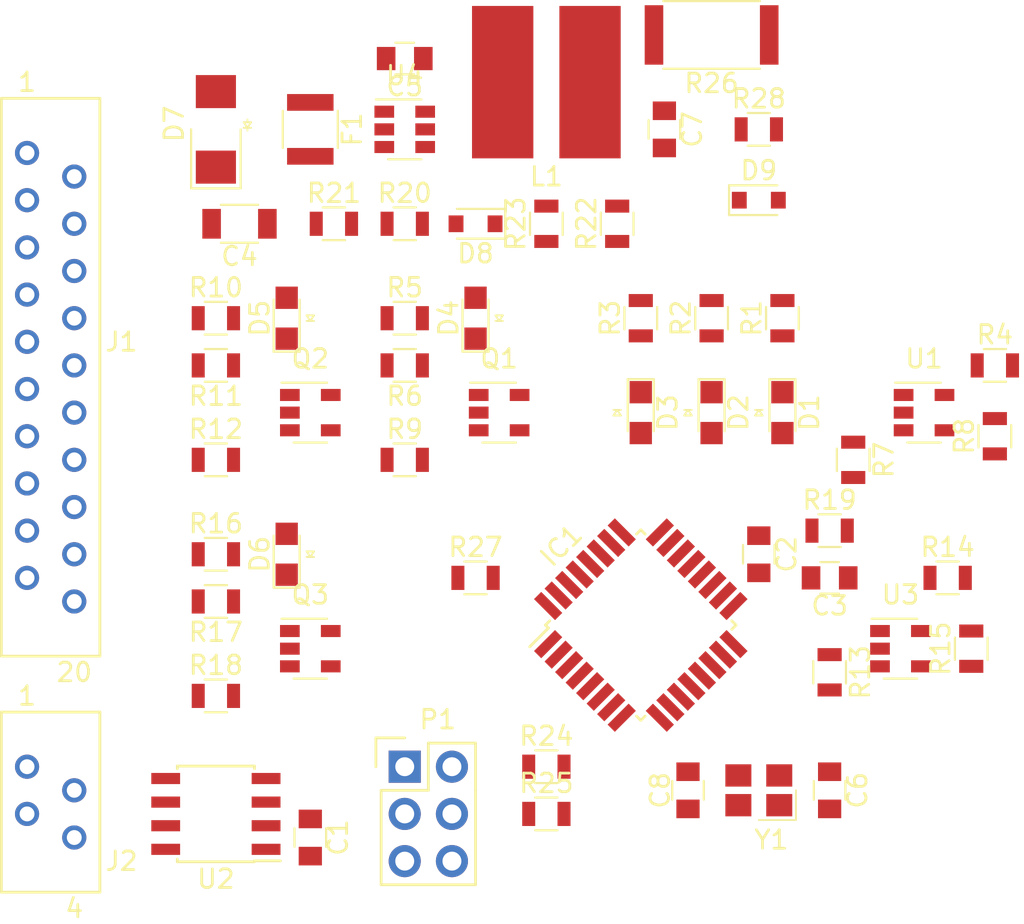
<source format=kicad_pcb>
(kicad_pcb (version 4) (host pcbnew 4.0.7-e2-6376~58~ubuntu16.04.1)

  (general
    (links 134)
    (no_connects 134)
    (area 89.832599 30.4426 195.668591 92.9474)
    (thickness 1.6)
    (drawings 0)
    (tracks 0)
    (zones 0)
    (modules 59)
    (nets 60)
  )

  (page A4)
  (layers
    (0 F.Cu signal)
    (31 B.Cu signal)
    (32 B.Adhes user)
    (33 F.Adhes user)
    (34 B.Paste user)
    (35 F.Paste user)
    (36 B.SilkS user)
    (37 F.SilkS user)
    (38 B.Mask user)
    (39 F.Mask user)
    (40 Dwgs.User user)
    (41 Cmts.User user)
    (42 Eco1.User user)
    (43 Eco2.User user)
    (44 Edge.Cuts user)
    (45 Margin user)
    (46 B.CrtYd user)
    (47 F.CrtYd user)
    (48 B.Fab user)
    (49 F.Fab user)
  )

  (setup
    (last_trace_width 0.254)
    (trace_clearance 0.1524)
    (zone_clearance 0.508)
    (zone_45_only no)
    (trace_min 0.254)
    (segment_width 0.2)
    (edge_width 0.15)
    (via_size 0.3556)
    (via_drill 0.3302)
    (via_min_size 0.3048)
    (via_min_drill 0.3048)
    (uvia_size 0.3556)
    (uvia_drill 0.3302)
    (uvias_allowed no)
    (uvia_min_size 0)
    (uvia_min_drill 0)
    (pcb_text_width 0.3)
    (pcb_text_size 1.5 1.5)
    (mod_edge_width 0.15)
    (mod_text_size 1 1)
    (mod_text_width 0.15)
    (pad_size 1.524 1.524)
    (pad_drill 0.762)
    (pad_to_mask_clearance 0.2)
    (aux_axis_origin 0 0)
    (visible_elements FFFFF77F)
    (pcbplotparams
      (layerselection 0x00030_80000001)
      (usegerberextensions false)
      (excludeedgelayer true)
      (linewidth 0.100000)
      (plotframeref false)
      (viasonmask false)
      (mode 1)
      (useauxorigin false)
      (hpglpennumber 1)
      (hpglpenspeed 20)
      (hpglpendiameter 15)
      (hpglpenoverlay 2)
      (psnegative false)
      (psa4output false)
      (plotreference true)
      (plotvalue true)
      (plotinvisibletext false)
      (padsonsilk false)
      (subtractmaskfromsilk false)
      (outputformat 1)
      (mirror false)
      (drillshape 1)
      (scaleselection 1)
      (outputdirectory ""))
  )

  (net 0 "")
  (net 1 VCC)
  (net 2 GND)
  (net 3 "Net-(C3-Pad1)")
  (net 4 "Net-(C4-Pad1)")
  (net 5 "Net-(C5-Pad1)")
  (net 6 "Net-(C5-Pad2)")
  (net 7 "Net-(C6-Pad1)")
  (net 8 "Net-(C7-Pad1)")
  (net 9 "Net-(C8-Pad1)")
  (net 10 /PLED1)
  (net 11 "Net-(D1-Pad1)")
  (net 12 /PLED2)
  (net 13 "Net-(D2-Pad1)")
  (net 14 /PLED3)
  (net 15 "Net-(D3-Pad1)")
  (net 16 "Net-(D4-Pad2)")
  (net 17 "Net-(D5-Pad2)")
  (net 18 "Net-(D6-Pad2)")
  (net 19 +12V)
  (net 20 "Net-(D8-Pad2)")
  (net 21 "Net-(D9-Pad2)")
  (net 22 /MISO)
  (net 23 /MOSI)
  (net 24 "Net-(IC1-Pad3)")
  (net 25 /TXCAN)
  (net 26 /RXCAN)
  (net 27 "Net-(IC1-Pad8)")
  (net 28 "Net-(IC1-Pad9)")
  (net 29 /SCK)
  (net 30 /Steering_Sense)
  (net 31 "Net-(IC1-Pad14)")
  (net 32 "Net-(IC1-Pad15)")
  (net 33 "Net-(IC1-Pad16)")
  (net 34 /Throttle1OutL)
  (net 35 /Throttle2OutR)
  (net 36 "Net-(IC1-Pad21)")
  (net 37 "Net-(IC1-Pad25)")
  (net 38 /SS_IS_Out)
  (net 39 /SS_EStop_Out)
  (net 40 /SS_BOTS_Out)
  (net 41 "Net-(IC1-Pad29)")
  (net 42 "Net-(IC1-Pad30)")
  (net 43 /RESET)
  (net 44 "Net-(IC1-Pad32)")
  (net 45 /CANH)
  (net 46 /CANL)
  (net 47 /LED1)
  (net 48 /LED2)
  (net 49 /Throttle_Left_Sense)
  (net 50 /SS_Inertia_Switch)
  (net 51 /SS_BOTS)
  (net 52 /SS_Cockpit_EStop)
  (net 53 "Net-(J2-Pad4)")
  (net 54 /Throttle_Right_Sense)
  (net 55 "Net-(R7-Pad2)")
  (net 56 "Net-(R14-Pad2)")
  (net 57 "Net-(R21-Pad2)")
  (net 58 "Net-(R22-Pad1)")
  (net 59 "Net-(U2-Pad5)")

  (net_class Default "This is the default net class."
    (clearance 0.1524)
    (trace_width 0.254)
    (via_dia 0.3556)
    (via_drill 0.3302)
    (uvia_dia 0.3556)
    (uvia_drill 0.3302)
    (add_net /CANH)
    (add_net /CANL)
    (add_net /LED1)
    (add_net /LED2)
    (add_net /MISO)
    (add_net /MOSI)
    (add_net /PLED1)
    (add_net /PLED2)
    (add_net /PLED3)
    (add_net /RESET)
    (add_net /RXCAN)
    (add_net /SCK)
    (add_net /SS_BOTS)
    (add_net /SS_BOTS_Out)
    (add_net /SS_Cockpit_EStop)
    (add_net /SS_EStop_Out)
    (add_net /SS_IS_Out)
    (add_net /SS_Inertia_Switch)
    (add_net /Steering_Sense)
    (add_net /TXCAN)
    (add_net /Throttle1OutL)
    (add_net /Throttle2OutR)
    (add_net /Throttle_Left_Sense)
    (add_net /Throttle_Right_Sense)
    (add_net GND)
    (add_net "Net-(C3-Pad1)")
    (add_net "Net-(C4-Pad1)")
    (add_net "Net-(C5-Pad1)")
    (add_net "Net-(C5-Pad2)")
    (add_net "Net-(C6-Pad1)")
    (add_net "Net-(C7-Pad1)")
    (add_net "Net-(C8-Pad1)")
    (add_net "Net-(D1-Pad1)")
    (add_net "Net-(D2-Pad1)")
    (add_net "Net-(D3-Pad1)")
    (add_net "Net-(D4-Pad2)")
    (add_net "Net-(D5-Pad2)")
    (add_net "Net-(D6-Pad2)")
    (add_net "Net-(D8-Pad2)")
    (add_net "Net-(D9-Pad2)")
    (add_net "Net-(IC1-Pad14)")
    (add_net "Net-(IC1-Pad15)")
    (add_net "Net-(IC1-Pad16)")
    (add_net "Net-(IC1-Pad21)")
    (add_net "Net-(IC1-Pad25)")
    (add_net "Net-(IC1-Pad29)")
    (add_net "Net-(IC1-Pad3)")
    (add_net "Net-(IC1-Pad30)")
    (add_net "Net-(IC1-Pad32)")
    (add_net "Net-(IC1-Pad8)")
    (add_net "Net-(IC1-Pad9)")
    (add_net "Net-(J2-Pad4)")
    (add_net "Net-(R14-Pad2)")
    (add_net "Net-(R21-Pad2)")
    (add_net "Net-(R22-Pad1)")
    (add_net "Net-(R7-Pad2)")
    (add_net "Net-(U2-Pad5)")
    (add_net VCC)
  )

  (net_class 12V ""
    (clearance 0.1524)
    (trace_width 1.397)
    (via_dia 0.3556)
    (via_drill 0.3302)
    (uvia_dia 0.3556)
    (uvia_drill 0.3302)
    (add_net +12V)
  )

  (module footprints:C_0805_OEM (layer F.Cu) (tedit 59F250E7) (tstamp 59F7E68B)
    (at 111.76 77.47 270)
    (descr "Capacitor SMD 0805, reflow soldering, AVX (see smccp.pdf)")
    (tags "capacitor 0805")
    (path /59E068FA)
    (attr smd)
    (fp_text reference C1 (at 0 -1.5 270) (layer F.SilkS)
      (effects (font (size 1 1) (thickness 0.15)))
    )
    (fp_text value C_0.1uF (at 0 1.75 270) (layer F.Fab) hide
      (effects (font (size 1 1) (thickness 0.15)))
    )
    (fp_line (start -1 0.62) (end -1 -0.62) (layer F.Fab) (width 0.1))
    (fp_line (start 1 0.62) (end -1 0.62) (layer F.Fab) (width 0.1))
    (fp_line (start 1 -0.62) (end 1 0.62) (layer F.Fab) (width 0.1))
    (fp_line (start -1 -0.62) (end 1 -0.62) (layer F.Fab) (width 0.1))
    (fp_line (start 0.5 -0.85) (end -0.5 -0.85) (layer F.SilkS) (width 0.12))
    (fp_line (start -0.5 0.85) (end 0.5 0.85) (layer F.SilkS) (width 0.12))
    (fp_line (start -1.75 -0.88) (end 1.75 -0.88) (layer F.CrtYd) (width 0.05))
    (fp_line (start -1.75 -0.88) (end -1.75 0.87) (layer F.CrtYd) (width 0.05))
    (fp_line (start 1.75 0.87) (end 1.75 -0.88) (layer F.CrtYd) (width 0.05))
    (fp_line (start 1.75 0.87) (end -1.75 0.87) (layer F.CrtYd) (width 0.05))
    (pad 1 smd rect (at -1 0 270) (size 1 1.25) (layers F.Cu F.Paste F.Mask)
      (net 1 VCC))
    (pad 2 smd rect (at 1 0 270) (size 1 1.25) (layers F.Cu F.Paste F.Mask)
      (net 2 GND))
    (model Capacitors_SMD.3dshapes/C_0805.wrl
      (at (xyz 0 0 0))
      (scale (xyz 1 1 1))
      (rotate (xyz 0 0 0))
    )
  )

  (module footprints:C_0805_OEM (layer F.Cu) (tedit 59F250E7) (tstamp 59F7E691)
    (at 135.89 62.23 270)
    (descr "Capacitor SMD 0805, reflow soldering, AVX (see smccp.pdf)")
    (tags "capacitor 0805")
    (path /59E06957)
    (attr smd)
    (fp_text reference C2 (at 0 -1.5 270) (layer F.SilkS)
      (effects (font (size 1 1) (thickness 0.15)))
    )
    (fp_text value C_0.1uF (at 0 1.75 270) (layer F.Fab) hide
      (effects (font (size 1 1) (thickness 0.15)))
    )
    (fp_line (start -1 0.62) (end -1 -0.62) (layer F.Fab) (width 0.1))
    (fp_line (start 1 0.62) (end -1 0.62) (layer F.Fab) (width 0.1))
    (fp_line (start 1 -0.62) (end 1 0.62) (layer F.Fab) (width 0.1))
    (fp_line (start -1 -0.62) (end 1 -0.62) (layer F.Fab) (width 0.1))
    (fp_line (start 0.5 -0.85) (end -0.5 -0.85) (layer F.SilkS) (width 0.12))
    (fp_line (start -0.5 0.85) (end 0.5 0.85) (layer F.SilkS) (width 0.12))
    (fp_line (start -1.75 -0.88) (end 1.75 -0.88) (layer F.CrtYd) (width 0.05))
    (fp_line (start -1.75 -0.88) (end -1.75 0.87) (layer F.CrtYd) (width 0.05))
    (fp_line (start 1.75 0.87) (end 1.75 -0.88) (layer F.CrtYd) (width 0.05))
    (fp_line (start 1.75 0.87) (end -1.75 0.87) (layer F.CrtYd) (width 0.05))
    (pad 1 smd rect (at -1 0 270) (size 1 1.25) (layers F.Cu F.Paste F.Mask)
      (net 1 VCC))
    (pad 2 smd rect (at 1 0 270) (size 1 1.25) (layers F.Cu F.Paste F.Mask)
      (net 2 GND))
    (model Capacitors_SMD.3dshapes/C_0805.wrl
      (at (xyz 0 0 0))
      (scale (xyz 1 1 1))
      (rotate (xyz 0 0 0))
    )
  )

  (module footprints:C_0805_OEM (layer F.Cu) (tedit 59F250E7) (tstamp 59F7E697)
    (at 139.7 63.5 180)
    (descr "Capacitor SMD 0805, reflow soldering, AVX (see smccp.pdf)")
    (tags "capacitor 0805")
    (path /59E06E67)
    (attr smd)
    (fp_text reference C3 (at 0 -1.5 180) (layer F.SilkS)
      (effects (font (size 1 1) (thickness 0.15)))
    )
    (fp_text value C_100pF (at 0 1.75 180) (layer F.Fab) hide
      (effects (font (size 1 1) (thickness 0.15)))
    )
    (fp_line (start -1 0.62) (end -1 -0.62) (layer F.Fab) (width 0.1))
    (fp_line (start 1 0.62) (end -1 0.62) (layer F.Fab) (width 0.1))
    (fp_line (start 1 -0.62) (end 1 0.62) (layer F.Fab) (width 0.1))
    (fp_line (start -1 -0.62) (end 1 -0.62) (layer F.Fab) (width 0.1))
    (fp_line (start 0.5 -0.85) (end -0.5 -0.85) (layer F.SilkS) (width 0.12))
    (fp_line (start -0.5 0.85) (end 0.5 0.85) (layer F.SilkS) (width 0.12))
    (fp_line (start -1.75 -0.88) (end 1.75 -0.88) (layer F.CrtYd) (width 0.05))
    (fp_line (start -1.75 -0.88) (end -1.75 0.87) (layer F.CrtYd) (width 0.05))
    (fp_line (start 1.75 0.87) (end 1.75 -0.88) (layer F.CrtYd) (width 0.05))
    (fp_line (start 1.75 0.87) (end -1.75 0.87) (layer F.CrtYd) (width 0.05))
    (pad 1 smd rect (at -1 0 180) (size 1 1.25) (layers F.Cu F.Paste F.Mask)
      (net 3 "Net-(C3-Pad1)"))
    (pad 2 smd rect (at 1 0 180) (size 1 1.25) (layers F.Cu F.Paste F.Mask)
      (net 2 GND))
    (model Capacitors_SMD.3dshapes/C_0805.wrl
      (at (xyz 0 0 0))
      (scale (xyz 1 1 1))
      (rotate (xyz 0 0 0))
    )
  )

  (module footprints:C_1206_OEM (layer F.Cu) (tedit 59F253AA) (tstamp 59F7E69D)
    (at 107.95 44.45 180)
    (descr "Capacitor SMD 1206, reflow soldering, AVX (see smccp.pdf)")
    (tags "capacitor 1206")
    (path /59E04907)
    (attr smd)
    (fp_text reference C4 (at 0 -1.75 180) (layer F.SilkS)
      (effects (font (size 1 1) (thickness 0.15)))
    )
    (fp_text value C_22uF (at 0 2 180) (layer F.Fab) hide
      (effects (font (size 1 1) (thickness 0.15)))
    )
    (fp_line (start -1.6 0.8) (end -1.6 -0.8) (layer F.Fab) (width 0.1))
    (fp_line (start 1.6 0.8) (end -1.6 0.8) (layer F.Fab) (width 0.1))
    (fp_line (start 1.6 -0.8) (end 1.6 0.8) (layer F.Fab) (width 0.1))
    (fp_line (start -1.6 -0.8) (end 1.6 -0.8) (layer F.Fab) (width 0.1))
    (fp_line (start 1 -1.02) (end -1 -1.02) (layer F.SilkS) (width 0.12))
    (fp_line (start -1 1.02) (end 1 1.02) (layer F.SilkS) (width 0.12))
    (fp_line (start -2.25 -1.05) (end 2.25 -1.05) (layer F.CrtYd) (width 0.05))
    (fp_line (start -2.25 -1.05) (end -2.25 1.05) (layer F.CrtYd) (width 0.05))
    (fp_line (start 2.25 1.05) (end 2.25 -1.05) (layer F.CrtYd) (width 0.05))
    (fp_line (start 2.25 1.05) (end -2.25 1.05) (layer F.CrtYd) (width 0.05))
    (pad 1 smd rect (at -1.5 0 180) (size 1 1.6) (layers F.Cu F.Paste F.Mask)
      (net 4 "Net-(C4-Pad1)"))
    (pad 2 smd rect (at 1.5 0 180) (size 1 1.6) (layers F.Cu F.Paste F.Mask)
      (net 2 GND))
    (model Capacitors_SMD.3dshapes/C_1206.wrl
      (at (xyz 0 0 0))
      (scale (xyz 1 1 1))
      (rotate (xyz 0 0 0))
    )
  )

  (module footprints:C_0805_OEM (layer F.Cu) (tedit 59F250E7) (tstamp 59F7E6A3)
    (at 116.84 35.56 180)
    (descr "Capacitor SMD 0805, reflow soldering, AVX (see smccp.pdf)")
    (tags "capacitor 0805")
    (path /59E048C8)
    (attr smd)
    (fp_text reference C5 (at 0 -1.5 180) (layer F.SilkS)
      (effects (font (size 1 1) (thickness 0.15)))
    )
    (fp_text value C_0.1uF (at 0 1.75 180) (layer F.Fab) hide
      (effects (font (size 1 1) (thickness 0.15)))
    )
    (fp_line (start -1 0.62) (end -1 -0.62) (layer F.Fab) (width 0.1))
    (fp_line (start 1 0.62) (end -1 0.62) (layer F.Fab) (width 0.1))
    (fp_line (start 1 -0.62) (end 1 0.62) (layer F.Fab) (width 0.1))
    (fp_line (start -1 -0.62) (end 1 -0.62) (layer F.Fab) (width 0.1))
    (fp_line (start 0.5 -0.85) (end -0.5 -0.85) (layer F.SilkS) (width 0.12))
    (fp_line (start -0.5 0.85) (end 0.5 0.85) (layer F.SilkS) (width 0.12))
    (fp_line (start -1.75 -0.88) (end 1.75 -0.88) (layer F.CrtYd) (width 0.05))
    (fp_line (start -1.75 -0.88) (end -1.75 0.87) (layer F.CrtYd) (width 0.05))
    (fp_line (start 1.75 0.87) (end 1.75 -0.88) (layer F.CrtYd) (width 0.05))
    (fp_line (start 1.75 0.87) (end -1.75 0.87) (layer F.CrtYd) (width 0.05))
    (pad 1 smd rect (at -1 0 180) (size 1 1.25) (layers F.Cu F.Paste F.Mask)
      (net 5 "Net-(C5-Pad1)"))
    (pad 2 smd rect (at 1 0 180) (size 1 1.25) (layers F.Cu F.Paste F.Mask)
      (net 6 "Net-(C5-Pad2)"))
    (model Capacitors_SMD.3dshapes/C_0805.wrl
      (at (xyz 0 0 0))
      (scale (xyz 1 1 1))
      (rotate (xyz 0 0 0))
    )
  )

  (module footprints:C_0805_OEM (layer F.Cu) (tedit 59F250E7) (tstamp 59F7E6A9)
    (at 139.7 74.93 270)
    (descr "Capacitor SMD 0805, reflow soldering, AVX (see smccp.pdf)")
    (tags "capacitor 0805")
    (path /59E06F43)
    (attr smd)
    (fp_text reference C6 (at 0 -1.5 270) (layer F.SilkS)
      (effects (font (size 1 1) (thickness 0.15)))
    )
    (fp_text value C_30pF (at 0 1.75 270) (layer F.Fab) hide
      (effects (font (size 1 1) (thickness 0.15)))
    )
    (fp_line (start -1 0.62) (end -1 -0.62) (layer F.Fab) (width 0.1))
    (fp_line (start 1 0.62) (end -1 0.62) (layer F.Fab) (width 0.1))
    (fp_line (start 1 -0.62) (end 1 0.62) (layer F.Fab) (width 0.1))
    (fp_line (start -1 -0.62) (end 1 -0.62) (layer F.Fab) (width 0.1))
    (fp_line (start 0.5 -0.85) (end -0.5 -0.85) (layer F.SilkS) (width 0.12))
    (fp_line (start -0.5 0.85) (end 0.5 0.85) (layer F.SilkS) (width 0.12))
    (fp_line (start -1.75 -0.88) (end 1.75 -0.88) (layer F.CrtYd) (width 0.05))
    (fp_line (start -1.75 -0.88) (end -1.75 0.87) (layer F.CrtYd) (width 0.05))
    (fp_line (start 1.75 0.87) (end 1.75 -0.88) (layer F.CrtYd) (width 0.05))
    (fp_line (start 1.75 0.87) (end -1.75 0.87) (layer F.CrtYd) (width 0.05))
    (pad 1 smd rect (at -1 0 270) (size 1 1.25) (layers F.Cu F.Paste F.Mask)
      (net 7 "Net-(C6-Pad1)"))
    (pad 2 smd rect (at 1 0 270) (size 1 1.25) (layers F.Cu F.Paste F.Mask)
      (net 2 GND))
    (model Capacitors_SMD.3dshapes/C_0805.wrl
      (at (xyz 0 0 0))
      (scale (xyz 1 1 1))
      (rotate (xyz 0 0 0))
    )
  )

  (module footprints:C_0805_OEM (layer F.Cu) (tedit 59F250E7) (tstamp 59F7E6AF)
    (at 130.81 39.37 270)
    (descr "Capacitor SMD 0805, reflow soldering, AVX (see smccp.pdf)")
    (tags "capacitor 0805")
    (path /59E0494E)
    (attr smd)
    (fp_text reference C7 (at 0 -1.5 270) (layer F.SilkS)
      (effects (font (size 1 1) (thickness 0.15)))
    )
    (fp_text value C_47uF (at 0 1.75 270) (layer F.Fab) hide
      (effects (font (size 1 1) (thickness 0.15)))
    )
    (fp_line (start -1 0.62) (end -1 -0.62) (layer F.Fab) (width 0.1))
    (fp_line (start 1 0.62) (end -1 0.62) (layer F.Fab) (width 0.1))
    (fp_line (start 1 -0.62) (end 1 0.62) (layer F.Fab) (width 0.1))
    (fp_line (start -1 -0.62) (end 1 -0.62) (layer F.Fab) (width 0.1))
    (fp_line (start 0.5 -0.85) (end -0.5 -0.85) (layer F.SilkS) (width 0.12))
    (fp_line (start -0.5 0.85) (end 0.5 0.85) (layer F.SilkS) (width 0.12))
    (fp_line (start -1.75 -0.88) (end 1.75 -0.88) (layer F.CrtYd) (width 0.05))
    (fp_line (start -1.75 -0.88) (end -1.75 0.87) (layer F.CrtYd) (width 0.05))
    (fp_line (start 1.75 0.87) (end 1.75 -0.88) (layer F.CrtYd) (width 0.05))
    (fp_line (start 1.75 0.87) (end -1.75 0.87) (layer F.CrtYd) (width 0.05))
    (pad 1 smd rect (at -1 0 270) (size 1 1.25) (layers F.Cu F.Paste F.Mask)
      (net 8 "Net-(C7-Pad1)"))
    (pad 2 smd rect (at 1 0 270) (size 1 1.25) (layers F.Cu F.Paste F.Mask)
      (net 2 GND))
    (model Capacitors_SMD.3dshapes/C_0805.wrl
      (at (xyz 0 0 0))
      (scale (xyz 1 1 1))
      (rotate (xyz 0 0 0))
    )
  )

  (module footprints:C_0805_OEM (layer F.Cu) (tedit 59F250E7) (tstamp 59F7E6B5)
    (at 132.08 74.93 90)
    (descr "Capacitor SMD 0805, reflow soldering, AVX (see smccp.pdf)")
    (tags "capacitor 0805")
    (path /59E06ED0)
    (attr smd)
    (fp_text reference C8 (at 0 -1.5 90) (layer F.SilkS)
      (effects (font (size 1 1) (thickness 0.15)))
    )
    (fp_text value C_30pF (at 0 1.75 90) (layer F.Fab) hide
      (effects (font (size 1 1) (thickness 0.15)))
    )
    (fp_line (start -1 0.62) (end -1 -0.62) (layer F.Fab) (width 0.1))
    (fp_line (start 1 0.62) (end -1 0.62) (layer F.Fab) (width 0.1))
    (fp_line (start 1 -0.62) (end 1 0.62) (layer F.Fab) (width 0.1))
    (fp_line (start -1 -0.62) (end 1 -0.62) (layer F.Fab) (width 0.1))
    (fp_line (start 0.5 -0.85) (end -0.5 -0.85) (layer F.SilkS) (width 0.12))
    (fp_line (start -0.5 0.85) (end 0.5 0.85) (layer F.SilkS) (width 0.12))
    (fp_line (start -1.75 -0.88) (end 1.75 -0.88) (layer F.CrtYd) (width 0.05))
    (fp_line (start -1.75 -0.88) (end -1.75 0.87) (layer F.CrtYd) (width 0.05))
    (fp_line (start 1.75 0.87) (end 1.75 -0.88) (layer F.CrtYd) (width 0.05))
    (fp_line (start 1.75 0.87) (end -1.75 0.87) (layer F.CrtYd) (width 0.05))
    (pad 1 smd rect (at -1 0 90) (size 1 1.25) (layers F.Cu F.Paste F.Mask)
      (net 9 "Net-(C8-Pad1)"))
    (pad 2 smd rect (at 1 0 90) (size 1 1.25) (layers F.Cu F.Paste F.Mask)
      (net 2 GND))
    (model Capacitors_SMD.3dshapes/C_0805.wrl
      (at (xyz 0 0 0))
      (scale (xyz 1 1 1))
      (rotate (xyz 0 0 0))
    )
  )

  (module footprints:LED_0805_OEM (layer F.Cu) (tedit 59F2572F) (tstamp 59F7E6BB)
    (at 137.16 54.61 270)
    (descr "LED 0805 smd package")
    (tags "LED led 0805 SMD smd SMT smt smdled SMDLED smtled SMTLED")
    (path /59E8D627)
    (attr smd)
    (fp_text reference D1 (at 0 -1.45 270) (layer F.SilkS)
      (effects (font (size 1 1) (thickness 0.15)))
    )
    (fp_text value LED_0805 (at 0.508 2.032 270) (layer F.Fab) hide
      (effects (font (size 1 1) (thickness 0.15)))
    )
    (fp_line (start -1.8 -0.7) (end -1.8 0.7) (layer F.SilkS) (width 0.12))
    (fp_line (start -0.146 1.07) (end -0.146 1.47) (layer F.SilkS) (width 0.1))
    (fp_line (start -0.146 1.27) (end 0.154 1.07) (layer F.SilkS) (width 0.1))
    (fp_line (start 0.154 1.47) (end -0.146 1.27) (layer F.SilkS) (width 0.1))
    (fp_line (start 0.154 1.07) (end 0.154 1.47) (layer F.SilkS) (width 0.1))
    (fp_line (start 1 0.6) (end -1 0.6) (layer F.Fab) (width 0.1))
    (fp_line (start 1 -0.6) (end 1 0.6) (layer F.Fab) (width 0.1))
    (fp_line (start -1 -0.6) (end 1 -0.6) (layer F.Fab) (width 0.1))
    (fp_line (start -1 0.6) (end -1 -0.6) (layer F.Fab) (width 0.1))
    (fp_line (start -1.8 0.7) (end 1 0.7) (layer F.SilkS) (width 0.12))
    (fp_line (start -1.8 -0.7) (end 1 -0.7) (layer F.SilkS) (width 0.12))
    (fp_line (start 1.95 -0.85) (end 1.95 0.85) (layer F.CrtYd) (width 0.05))
    (fp_line (start 1.95 0.85) (end -1.95 0.85) (layer F.CrtYd) (width 0.05))
    (fp_line (start -1.95 0.85) (end -1.95 -0.85) (layer F.CrtYd) (width 0.05))
    (fp_line (start -1.95 -0.85) (end 1.95 -0.85) (layer F.CrtYd) (width 0.05))
    (pad 2 smd rect (at 1.1 0 90) (size 1.2 1.2) (layers F.Cu F.Paste F.Mask)
      (net 10 /PLED1))
    (pad 1 smd rect (at -1.1 0 90) (size 1.2 1.2) (layers F.Cu F.Paste F.Mask)
      (net 11 "Net-(D1-Pad1)"))
    (model ${KISYS3DMOD}/LEDs.3dshapes/LED_0805.wrl
      (at (xyz 0 0 0))
      (scale (xyz 1 1 1))
      (rotate (xyz 0 0 180))
    )
  )

  (module footprints:LED_0805_OEM (layer F.Cu) (tedit 59F2572F) (tstamp 59F7E6C1)
    (at 133.35 54.61 270)
    (descr "LED 0805 smd package")
    (tags "LED led 0805 SMD smd SMT smt smdled SMDLED smtled SMTLED")
    (path /59E8D8C7)
    (attr smd)
    (fp_text reference D2 (at 0 -1.45 270) (layer F.SilkS)
      (effects (font (size 1 1) (thickness 0.15)))
    )
    (fp_text value LED_0805 (at 0.508 2.032 270) (layer F.Fab) hide
      (effects (font (size 1 1) (thickness 0.15)))
    )
    (fp_line (start -1.8 -0.7) (end -1.8 0.7) (layer F.SilkS) (width 0.12))
    (fp_line (start -0.146 1.07) (end -0.146 1.47) (layer F.SilkS) (width 0.1))
    (fp_line (start -0.146 1.27) (end 0.154 1.07) (layer F.SilkS) (width 0.1))
    (fp_line (start 0.154 1.47) (end -0.146 1.27) (layer F.SilkS) (width 0.1))
    (fp_line (start 0.154 1.07) (end 0.154 1.47) (layer F.SilkS) (width 0.1))
    (fp_line (start 1 0.6) (end -1 0.6) (layer F.Fab) (width 0.1))
    (fp_line (start 1 -0.6) (end 1 0.6) (layer F.Fab) (width 0.1))
    (fp_line (start -1 -0.6) (end 1 -0.6) (layer F.Fab) (width 0.1))
    (fp_line (start -1 0.6) (end -1 -0.6) (layer F.Fab) (width 0.1))
    (fp_line (start -1.8 0.7) (end 1 0.7) (layer F.SilkS) (width 0.12))
    (fp_line (start -1.8 -0.7) (end 1 -0.7) (layer F.SilkS) (width 0.12))
    (fp_line (start 1.95 -0.85) (end 1.95 0.85) (layer F.CrtYd) (width 0.05))
    (fp_line (start 1.95 0.85) (end -1.95 0.85) (layer F.CrtYd) (width 0.05))
    (fp_line (start -1.95 0.85) (end -1.95 -0.85) (layer F.CrtYd) (width 0.05))
    (fp_line (start -1.95 -0.85) (end 1.95 -0.85) (layer F.CrtYd) (width 0.05))
    (pad 2 smd rect (at 1.1 0 90) (size 1.2 1.2) (layers F.Cu F.Paste F.Mask)
      (net 12 /PLED2))
    (pad 1 smd rect (at -1.1 0 90) (size 1.2 1.2) (layers F.Cu F.Paste F.Mask)
      (net 13 "Net-(D2-Pad1)"))
    (model ${KISYS3DMOD}/LEDs.3dshapes/LED_0805.wrl
      (at (xyz 0 0 0))
      (scale (xyz 1 1 1))
      (rotate (xyz 0 0 180))
    )
  )

  (module footprints:LED_0805_OEM (layer F.Cu) (tedit 59F2572F) (tstamp 59F7E6C7)
    (at 129.54 54.61 270)
    (descr "LED 0805 smd package")
    (tags "LED led 0805 SMD smd SMT smt smdled SMDLED smtled SMTLED")
    (path /59E8D6FE)
    (attr smd)
    (fp_text reference D3 (at 0 -1.45 270) (layer F.SilkS)
      (effects (font (size 1 1) (thickness 0.15)))
    )
    (fp_text value LED_0805 (at 0.508 2.032 270) (layer F.Fab) hide
      (effects (font (size 1 1) (thickness 0.15)))
    )
    (fp_line (start -1.8 -0.7) (end -1.8 0.7) (layer F.SilkS) (width 0.12))
    (fp_line (start -0.146 1.07) (end -0.146 1.47) (layer F.SilkS) (width 0.1))
    (fp_line (start -0.146 1.27) (end 0.154 1.07) (layer F.SilkS) (width 0.1))
    (fp_line (start 0.154 1.47) (end -0.146 1.27) (layer F.SilkS) (width 0.1))
    (fp_line (start 0.154 1.07) (end 0.154 1.47) (layer F.SilkS) (width 0.1))
    (fp_line (start 1 0.6) (end -1 0.6) (layer F.Fab) (width 0.1))
    (fp_line (start 1 -0.6) (end 1 0.6) (layer F.Fab) (width 0.1))
    (fp_line (start -1 -0.6) (end 1 -0.6) (layer F.Fab) (width 0.1))
    (fp_line (start -1 0.6) (end -1 -0.6) (layer F.Fab) (width 0.1))
    (fp_line (start -1.8 0.7) (end 1 0.7) (layer F.SilkS) (width 0.12))
    (fp_line (start -1.8 -0.7) (end 1 -0.7) (layer F.SilkS) (width 0.12))
    (fp_line (start 1.95 -0.85) (end 1.95 0.85) (layer F.CrtYd) (width 0.05))
    (fp_line (start 1.95 0.85) (end -1.95 0.85) (layer F.CrtYd) (width 0.05))
    (fp_line (start -1.95 0.85) (end -1.95 -0.85) (layer F.CrtYd) (width 0.05))
    (fp_line (start -1.95 -0.85) (end 1.95 -0.85) (layer F.CrtYd) (width 0.05))
    (pad 2 smd rect (at 1.1 0 90) (size 1.2 1.2) (layers F.Cu F.Paste F.Mask)
      (net 14 /PLED3))
    (pad 1 smd rect (at -1.1 0 90) (size 1.2 1.2) (layers F.Cu F.Paste F.Mask)
      (net 15 "Net-(D3-Pad1)"))
    (model ${KISYS3DMOD}/LEDs.3dshapes/LED_0805.wrl
      (at (xyz 0 0 0))
      (scale (xyz 1 1 1))
      (rotate (xyz 0 0 180))
    )
  )

  (module footprints:LED_0805_OEM (layer F.Cu) (tedit 59F2572F) (tstamp 59F7E6CD)
    (at 120.65 49.53 90)
    (descr "LED 0805 smd package")
    (tags "LED led 0805 SMD smd SMT smt smdled SMDLED smtled SMTLED")
    (path /59E970E3)
    (attr smd)
    (fp_text reference D4 (at 0 -1.45 90) (layer F.SilkS)
      (effects (font (size 1 1) (thickness 0.15)))
    )
    (fp_text value LED_0805 (at 0.508 2.032 90) (layer F.Fab) hide
      (effects (font (size 1 1) (thickness 0.15)))
    )
    (fp_line (start -1.8 -0.7) (end -1.8 0.7) (layer F.SilkS) (width 0.12))
    (fp_line (start -0.146 1.07) (end -0.146 1.47) (layer F.SilkS) (width 0.1))
    (fp_line (start -0.146 1.27) (end 0.154 1.07) (layer F.SilkS) (width 0.1))
    (fp_line (start 0.154 1.47) (end -0.146 1.27) (layer F.SilkS) (width 0.1))
    (fp_line (start 0.154 1.07) (end 0.154 1.47) (layer F.SilkS) (width 0.1))
    (fp_line (start 1 0.6) (end -1 0.6) (layer F.Fab) (width 0.1))
    (fp_line (start 1 -0.6) (end 1 0.6) (layer F.Fab) (width 0.1))
    (fp_line (start -1 -0.6) (end 1 -0.6) (layer F.Fab) (width 0.1))
    (fp_line (start -1 0.6) (end -1 -0.6) (layer F.Fab) (width 0.1))
    (fp_line (start -1.8 0.7) (end 1 0.7) (layer F.SilkS) (width 0.12))
    (fp_line (start -1.8 -0.7) (end 1 -0.7) (layer F.SilkS) (width 0.12))
    (fp_line (start 1.95 -0.85) (end 1.95 0.85) (layer F.CrtYd) (width 0.05))
    (fp_line (start 1.95 0.85) (end -1.95 0.85) (layer F.CrtYd) (width 0.05))
    (fp_line (start -1.95 0.85) (end -1.95 -0.85) (layer F.CrtYd) (width 0.05))
    (fp_line (start -1.95 -0.85) (end 1.95 -0.85) (layer F.CrtYd) (width 0.05))
    (pad 2 smd rect (at 1.1 0 270) (size 1.2 1.2) (layers F.Cu F.Paste F.Mask)
      (net 16 "Net-(D4-Pad2)"))
    (pad 1 smd rect (at -1.1 0 270) (size 1.2 1.2) (layers F.Cu F.Paste F.Mask)
      (net 2 GND))
    (model ${KISYS3DMOD}/LEDs.3dshapes/LED_0805.wrl
      (at (xyz 0 0 0))
      (scale (xyz 1 1 1))
      (rotate (xyz 0 0 180))
    )
  )

  (module footprints:LED_0805_OEM (layer F.Cu) (tedit 59F2572F) (tstamp 59F7E6D3)
    (at 110.49 49.53 90)
    (descr "LED 0805 smd package")
    (tags "LED led 0805 SMD smd SMT smt smdled SMDLED smtled SMTLED")
    (path /59E96CB1)
    (attr smd)
    (fp_text reference D5 (at 0 -1.45 90) (layer F.SilkS)
      (effects (font (size 1 1) (thickness 0.15)))
    )
    (fp_text value LED_0805 (at 0.508 2.032 90) (layer F.Fab) hide
      (effects (font (size 1 1) (thickness 0.15)))
    )
    (fp_line (start -1.8 -0.7) (end -1.8 0.7) (layer F.SilkS) (width 0.12))
    (fp_line (start -0.146 1.07) (end -0.146 1.47) (layer F.SilkS) (width 0.1))
    (fp_line (start -0.146 1.27) (end 0.154 1.07) (layer F.SilkS) (width 0.1))
    (fp_line (start 0.154 1.47) (end -0.146 1.27) (layer F.SilkS) (width 0.1))
    (fp_line (start 0.154 1.07) (end 0.154 1.47) (layer F.SilkS) (width 0.1))
    (fp_line (start 1 0.6) (end -1 0.6) (layer F.Fab) (width 0.1))
    (fp_line (start 1 -0.6) (end 1 0.6) (layer F.Fab) (width 0.1))
    (fp_line (start -1 -0.6) (end 1 -0.6) (layer F.Fab) (width 0.1))
    (fp_line (start -1 0.6) (end -1 -0.6) (layer F.Fab) (width 0.1))
    (fp_line (start -1.8 0.7) (end 1 0.7) (layer F.SilkS) (width 0.12))
    (fp_line (start -1.8 -0.7) (end 1 -0.7) (layer F.SilkS) (width 0.12))
    (fp_line (start 1.95 -0.85) (end 1.95 0.85) (layer F.CrtYd) (width 0.05))
    (fp_line (start 1.95 0.85) (end -1.95 0.85) (layer F.CrtYd) (width 0.05))
    (fp_line (start -1.95 0.85) (end -1.95 -0.85) (layer F.CrtYd) (width 0.05))
    (fp_line (start -1.95 -0.85) (end 1.95 -0.85) (layer F.CrtYd) (width 0.05))
    (pad 2 smd rect (at 1.1 0 270) (size 1.2 1.2) (layers F.Cu F.Paste F.Mask)
      (net 17 "Net-(D5-Pad2)"))
    (pad 1 smd rect (at -1.1 0 270) (size 1.2 1.2) (layers F.Cu F.Paste F.Mask)
      (net 2 GND))
    (model ${KISYS3DMOD}/LEDs.3dshapes/LED_0805.wrl
      (at (xyz 0 0 0))
      (scale (xyz 1 1 1))
      (rotate (xyz 0 0 180))
    )
  )

  (module footprints:LED_0805_OEM (layer F.Cu) (tedit 59F2572F) (tstamp 59F7E6D9)
    (at 110.49 62.23 90)
    (descr "LED 0805 smd package")
    (tags "LED led 0805 SMD smd SMT smt smdled SMDLED smtled SMTLED")
    (path /59E93543)
    (attr smd)
    (fp_text reference D6 (at 0 -1.45 90) (layer F.SilkS)
      (effects (font (size 1 1) (thickness 0.15)))
    )
    (fp_text value LED_0805 (at 0.508 2.032 90) (layer F.Fab) hide
      (effects (font (size 1 1) (thickness 0.15)))
    )
    (fp_line (start -1.8 -0.7) (end -1.8 0.7) (layer F.SilkS) (width 0.12))
    (fp_line (start -0.146 1.07) (end -0.146 1.47) (layer F.SilkS) (width 0.1))
    (fp_line (start -0.146 1.27) (end 0.154 1.07) (layer F.SilkS) (width 0.1))
    (fp_line (start 0.154 1.47) (end -0.146 1.27) (layer F.SilkS) (width 0.1))
    (fp_line (start 0.154 1.07) (end 0.154 1.47) (layer F.SilkS) (width 0.1))
    (fp_line (start 1 0.6) (end -1 0.6) (layer F.Fab) (width 0.1))
    (fp_line (start 1 -0.6) (end 1 0.6) (layer F.Fab) (width 0.1))
    (fp_line (start -1 -0.6) (end 1 -0.6) (layer F.Fab) (width 0.1))
    (fp_line (start -1 0.6) (end -1 -0.6) (layer F.Fab) (width 0.1))
    (fp_line (start -1.8 0.7) (end 1 0.7) (layer F.SilkS) (width 0.12))
    (fp_line (start -1.8 -0.7) (end 1 -0.7) (layer F.SilkS) (width 0.12))
    (fp_line (start 1.95 -0.85) (end 1.95 0.85) (layer F.CrtYd) (width 0.05))
    (fp_line (start 1.95 0.85) (end -1.95 0.85) (layer F.CrtYd) (width 0.05))
    (fp_line (start -1.95 0.85) (end -1.95 -0.85) (layer F.CrtYd) (width 0.05))
    (fp_line (start -1.95 -0.85) (end 1.95 -0.85) (layer F.CrtYd) (width 0.05))
    (pad 2 smd rect (at 1.1 0 270) (size 1.2 1.2) (layers F.Cu F.Paste F.Mask)
      (net 18 "Net-(D6-Pad2)"))
    (pad 1 smd rect (at -1.1 0 270) (size 1.2 1.2) (layers F.Cu F.Paste F.Mask)
      (net 2 GND))
    (model ${KISYS3DMOD}/LEDs.3dshapes/LED_0805.wrl
      (at (xyz 0 0 0))
      (scale (xyz 1 1 1))
      (rotate (xyz 0 0 180))
    )
  )

  (module footprints:DO-214AA (layer F.Cu) (tedit 59F242BC) (tstamp 59F7E6DF)
    (at 106.68 39.37 90)
    (descr "http://www.diodes.com/datasheets/ap02001.pdf p.144")
    (tags "Diode SOD523")
    (path /59F29D9C)
    (attr smd)
    (fp_text reference D7 (at 0.3 -2.25 90) (layer F.SilkS)
      (effects (font (size 1 1) (thickness 0.15)))
    )
    (fp_text value D_Zener_18V (at 0 2.286 90) (layer F.Fab) hide
      (effects (font (size 1 1) (thickness 0.15)))
    )
    (fp_line (start -3.175 -1.3335) (end -3.175 1.3335) (layer F.SilkS) (width 0.12))
    (fp_line (start 3.302 -1.4605) (end 3.302 1.4605) (layer F.CrtYd) (width 0.05))
    (fp_line (start -3.302 -1.4605) (end 3.302 -1.4605) (layer F.CrtYd) (width 0.05))
    (fp_line (start -3.302 -1.4605) (end -3.302 1.4605) (layer F.CrtYd) (width 0.05))
    (fp_line (start -3.302 1.4605) (end 3.302 1.4605) (layer F.CrtYd) (width 0.05))
    (fp_line (start 0.384 1.696) (end 0.534 1.696) (layer F.SilkS) (width 0.1))
    (fp_line (start 0.384 1.496) (end 0.084 1.696) (layer F.SilkS) (width 0.1))
    (fp_line (start 0.384 1.896) (end 0.384 1.496) (layer F.SilkS) (width 0.1))
    (fp_line (start 0.084 1.696) (end 0.384 1.896) (layer F.SilkS) (width 0.1))
    (fp_line (start 0.084 1.696) (end -0.066 1.696) (layer F.SilkS) (width 0.1))
    (fp_line (start 0.084 1.896) (end 0.084 1.496) (layer F.SilkS) (width 0.1))
    (fp_line (start 2.3749 -1.9685) (end 2.3749 1.9685) (layer F.Fab) (width 0.1))
    (fp_line (start -2.3749 -1.9685) (end 2.3749 -1.9685) (layer F.Fab) (width 0.1))
    (fp_line (start -2.3749 -1.9685) (end -2.3749 1.9685) (layer F.Fab) (width 0.1))
    (fp_line (start 2.3749 1.9685) (end -2.3749 1.9685) (layer F.Fab) (width 0.1))
    (fp_line (start -3.175 1.3335) (end 0 1.3335) (layer F.SilkS) (width 0.12))
    (fp_line (start -3.175 -1.3335) (end 0 -1.3335) (layer F.SilkS) (width 0.12))
    (pad 2 smd rect (at 2.032 0 270) (size 1.778 2.159) (layers F.Cu F.Paste F.Mask)
      (net 2 GND))
    (pad 1 smd rect (at -2.032 0 270) (size 1.778 2.159) (layers F.Cu F.Paste F.Mask)
      (net 19 +12V))
    (model ${KISYS3DMOD}/Diodes_SMD.3dshapes/D_SOD-523.wrl
      (at (xyz 0 0 0))
      (scale (xyz 1 1 1))
      (rotate (xyz 0 0 0))
    )
  )

  (module footprints:D_0805_OEM (layer F.Cu) (tedit 59F25112) (tstamp 59F7E6E5)
    (at 120.65 44.45 180)
    (descr "Diode SMD in 0805 package http://datasheets.avx.com/schottky.pdf")
    (tags "smd diode")
    (path /59E047E3)
    (attr smd)
    (fp_text reference D8 (at 0 -1.6 180) (layer F.SilkS)
      (effects (font (size 1 1) (thickness 0.15)))
    )
    (fp_text value LED_0805 (at 0 1.7 180) (layer F.Fab) hide
      (effects (font (size 1 1) (thickness 0.15)))
    )
    (fp_line (start -1.6 -0.8) (end -1.6 0.8) (layer F.SilkS) (width 0.12))
    (fp_line (start -1.7 0.88) (end -1.7 -0.88) (layer F.CrtYd) (width 0.05))
    (fp_line (start 1.7 0.88) (end -1.7 0.88) (layer F.CrtYd) (width 0.05))
    (fp_line (start 1.7 -0.88) (end 1.7 0.88) (layer F.CrtYd) (width 0.05))
    (fp_line (start -1.7 -0.88) (end 1.7 -0.88) (layer F.CrtYd) (width 0.05))
    (fp_line (start 0.2 0) (end 0.4 0) (layer F.Fab) (width 0.1))
    (fp_line (start -0.1 0) (end -0.3 0) (layer F.Fab) (width 0.1))
    (fp_line (start -0.1 -0.2) (end -0.1 0.2) (layer F.Fab) (width 0.1))
    (fp_line (start 0.2 0.2) (end 0.2 -0.2) (layer F.Fab) (width 0.1))
    (fp_line (start -0.1 0) (end 0.2 0.2) (layer F.Fab) (width 0.1))
    (fp_line (start 0.2 -0.2) (end -0.1 0) (layer F.Fab) (width 0.1))
    (fp_line (start -1 0.65) (end -1 -0.65) (layer F.Fab) (width 0.1))
    (fp_line (start 1 0.65) (end -1 0.65) (layer F.Fab) (width 0.1))
    (fp_line (start 1 -0.65) (end 1 0.65) (layer F.Fab) (width 0.1))
    (fp_line (start -1 -0.65) (end 1 -0.65) (layer F.Fab) (width 0.1))
    (fp_line (start -1.6 0.8) (end 1 0.8) (layer F.SilkS) (width 0.12))
    (fp_line (start -1.6 -0.8) (end 1 -0.8) (layer F.SilkS) (width 0.12))
    (pad 1 smd rect (at -1.05 0 180) (size 0.8 0.9) (layers F.Cu F.Paste F.Mask)
      (net 2 GND))
    (pad 2 smd rect (at 1.05 0 180) (size 0.8 0.9) (layers F.Cu F.Paste F.Mask)
      (net 20 "Net-(D8-Pad2)"))
    (model ${KISYS3DMOD}/Diodes_SMD.3dshapes/D_0805.wrl
      (at (xyz 0 0 0))
      (scale (xyz 1 1 1))
      (rotate (xyz 0 0 0))
    )
  )

  (module footprints:D_0805_OEM (layer F.Cu) (tedit 59F25112) (tstamp 59F7E6EB)
    (at 135.89 43.18)
    (descr "Diode SMD in 0805 package http://datasheets.avx.com/schottky.pdf")
    (tags "smd diode")
    (path /59E0483A)
    (attr smd)
    (fp_text reference D9 (at 0 -1.6) (layer F.SilkS)
      (effects (font (size 1 1) (thickness 0.15)))
    )
    (fp_text value LED_0805 (at 0 1.7) (layer F.Fab) hide
      (effects (font (size 1 1) (thickness 0.15)))
    )
    (fp_line (start -1.6 -0.8) (end -1.6 0.8) (layer F.SilkS) (width 0.12))
    (fp_line (start -1.7 0.88) (end -1.7 -0.88) (layer F.CrtYd) (width 0.05))
    (fp_line (start 1.7 0.88) (end -1.7 0.88) (layer F.CrtYd) (width 0.05))
    (fp_line (start 1.7 -0.88) (end 1.7 0.88) (layer F.CrtYd) (width 0.05))
    (fp_line (start -1.7 -0.88) (end 1.7 -0.88) (layer F.CrtYd) (width 0.05))
    (fp_line (start 0.2 0) (end 0.4 0) (layer F.Fab) (width 0.1))
    (fp_line (start -0.1 0) (end -0.3 0) (layer F.Fab) (width 0.1))
    (fp_line (start -0.1 -0.2) (end -0.1 0.2) (layer F.Fab) (width 0.1))
    (fp_line (start 0.2 0.2) (end 0.2 -0.2) (layer F.Fab) (width 0.1))
    (fp_line (start -0.1 0) (end 0.2 0.2) (layer F.Fab) (width 0.1))
    (fp_line (start 0.2 -0.2) (end -0.1 0) (layer F.Fab) (width 0.1))
    (fp_line (start -1 0.65) (end -1 -0.65) (layer F.Fab) (width 0.1))
    (fp_line (start 1 0.65) (end -1 0.65) (layer F.Fab) (width 0.1))
    (fp_line (start 1 -0.65) (end 1 0.65) (layer F.Fab) (width 0.1))
    (fp_line (start -1 -0.65) (end 1 -0.65) (layer F.Fab) (width 0.1))
    (fp_line (start -1.6 0.8) (end 1 0.8) (layer F.SilkS) (width 0.12))
    (fp_line (start -1.6 -0.8) (end 1 -0.8) (layer F.SilkS) (width 0.12))
    (pad 1 smd rect (at -1.05 0) (size 0.8 0.9) (layers F.Cu F.Paste F.Mask)
      (net 2 GND))
    (pad 2 smd rect (at 1.05 0) (size 0.8 0.9) (layers F.Cu F.Paste F.Mask)
      (net 21 "Net-(D9-Pad2)"))
    (model ${KISYS3DMOD}/Diodes_SMD.3dshapes/D_0805.wrl
      (at (xyz 0 0 0))
      (scale (xyz 1 1 1))
      (rotate (xyz 0 0 0))
    )
  )

  (module footprints:Fuse_1210 (layer F.Cu) (tedit 59F24A11) (tstamp 59F7E6F1)
    (at 111.76 39.37 270)
    (descr "Resistor SMD 1210, reflow soldering, Vishay (see dcrcw.pdf)")
    (tags "resistor 1210")
    (path /59E0A5CF)
    (attr smd)
    (fp_text reference F1 (at 0 -2.25 270) (layer F.SilkS)
      (effects (font (size 1 1) (thickness 0.15)))
    )
    (fp_text value F_500mA_16V (at 0 2.4 270) (layer F.Fab) hide
      (effects (font (size 1 1) (thickness 0.15)))
    )
    (fp_line (start -1.6 1.25) (end -1.6 -1.25) (layer F.Fab) (width 0.1))
    (fp_line (start 1.6 1.25) (end -1.6 1.25) (layer F.Fab) (width 0.1))
    (fp_line (start 1.6 -1.25) (end 1.6 1.25) (layer F.Fab) (width 0.1))
    (fp_line (start -1.6 -1.25) (end 1.6 -1.25) (layer F.Fab) (width 0.1))
    (fp_line (start 1 1.48) (end -1 1.48) (layer F.SilkS) (width 0.12))
    (fp_line (start -1 -1.48) (end 1 -1.48) (layer F.SilkS) (width 0.12))
    (fp_line (start -2.15 -1.5) (end 2.15 -1.5) (layer F.CrtYd) (width 0.05))
    (fp_line (start -2.15 -1.5) (end -2.15 1.5) (layer F.CrtYd) (width 0.05))
    (fp_line (start 2.15 1.5) (end 2.15 -1.5) (layer F.CrtYd) (width 0.05))
    (fp_line (start 2.15 1.5) (end -2.15 1.5) (layer F.CrtYd) (width 0.05))
    (pad 1 smd rect (at -1.45 0 270) (size 0.9 2.5) (layers F.Cu F.Paste F.Mask)
      (net 19 +12V))
    (pad 2 smd rect (at 1.45 0 270) (size 0.9 2.5) (layers F.Cu F.Paste F.Mask)
      (net 4 "Net-(C4-Pad1)"))
    (model ${KISYS3DMOD}/Resistors_SMD.3dshapes/R_1210.wrl
      (at (xyz 0 0 0))
      (scale (xyz 1 1 1))
      (rotate (xyz 0 0 0))
    )
  )

  (module Housings_QFP:TQFP-32_7x7mm_Pitch0.8mm (layer F.Cu) (tedit 58CC9A48) (tstamp 59F7E715)
    (at 129.54 66.04 45)
    (descr "32-Lead Plastic Thin Quad Flatpack (PT) - 7x7x1.0 mm Body, 2.00 mm [TQFP] (see Microchip Packaging Specification 00000049BS.pdf)")
    (tags "QFP 0.8")
    (path /59E10948)
    (attr smd)
    (fp_text reference IC1 (at 0 -6.05 45) (layer F.SilkS)
      (effects (font (size 1 1) (thickness 0.15)))
    )
    (fp_text value ATMEGA16M1 (at 0 6.05 45) (layer F.Fab)
      (effects (font (size 1 1) (thickness 0.15)))
    )
    (fp_text user %R (at 0 0 45) (layer F.Fab)
      (effects (font (size 1 1) (thickness 0.15)))
    )
    (fp_line (start -2.5 -3.5) (end 3.5 -3.5) (layer F.Fab) (width 0.15))
    (fp_line (start 3.5 -3.5) (end 3.5 3.5) (layer F.Fab) (width 0.15))
    (fp_line (start 3.5 3.5) (end -3.5 3.5) (layer F.Fab) (width 0.15))
    (fp_line (start -3.5 3.5) (end -3.5 -2.5) (layer F.Fab) (width 0.15))
    (fp_line (start -3.5 -2.5) (end -2.5 -3.5) (layer F.Fab) (width 0.15))
    (fp_line (start -5.3 -5.3) (end -5.3 5.3) (layer F.CrtYd) (width 0.05))
    (fp_line (start 5.3 -5.3) (end 5.3 5.3) (layer F.CrtYd) (width 0.05))
    (fp_line (start -5.3 -5.3) (end 5.3 -5.3) (layer F.CrtYd) (width 0.05))
    (fp_line (start -5.3 5.3) (end 5.3 5.3) (layer F.CrtYd) (width 0.05))
    (fp_line (start -3.625 -3.625) (end -3.625 -3.4) (layer F.SilkS) (width 0.15))
    (fp_line (start 3.625 -3.625) (end 3.625 -3.3) (layer F.SilkS) (width 0.15))
    (fp_line (start 3.625 3.625) (end 3.625 3.3) (layer F.SilkS) (width 0.15))
    (fp_line (start -3.625 3.625) (end -3.625 3.3) (layer F.SilkS) (width 0.15))
    (fp_line (start -3.625 -3.625) (end -3.3 -3.625) (layer F.SilkS) (width 0.15))
    (fp_line (start -3.625 3.625) (end -3.3 3.625) (layer F.SilkS) (width 0.15))
    (fp_line (start 3.625 3.625) (end 3.3 3.625) (layer F.SilkS) (width 0.15))
    (fp_line (start 3.625 -3.625) (end 3.3 -3.625) (layer F.SilkS) (width 0.15))
    (fp_line (start -3.625 -3.4) (end -5.05 -3.4) (layer F.SilkS) (width 0.15))
    (pad 1 smd rect (at -4.25 -2.8 45) (size 1.6 0.55) (layers F.Cu F.Paste F.Mask)
      (net 22 /MISO))
    (pad 2 smd rect (at -4.25 -2 45) (size 1.6 0.55) (layers F.Cu F.Paste F.Mask)
      (net 23 /MOSI))
    (pad 3 smd rect (at -4.25 -1.2 45) (size 1.6 0.55) (layers F.Cu F.Paste F.Mask)
      (net 24 "Net-(IC1-Pad3)"))
    (pad 4 smd rect (at -4.25 -0.4 45) (size 1.6 0.55) (layers F.Cu F.Paste F.Mask)
      (net 1 VCC))
    (pad 5 smd rect (at -4.25 0.4 45) (size 1.6 0.55) (layers F.Cu F.Paste F.Mask)
      (net 2 GND))
    (pad 6 smd rect (at -4.25 1.2 45) (size 1.6 0.55) (layers F.Cu F.Paste F.Mask)
      (net 25 /TXCAN))
    (pad 7 smd rect (at -4.25 2 45) (size 1.6 0.55) (layers F.Cu F.Paste F.Mask)
      (net 26 /RXCAN))
    (pad 8 smd rect (at -4.25 2.8 45) (size 1.6 0.55) (layers F.Cu F.Paste F.Mask)
      (net 27 "Net-(IC1-Pad8)"))
    (pad 9 smd rect (at -2.8 4.25 135) (size 1.6 0.55) (layers F.Cu F.Paste F.Mask)
      (net 28 "Net-(IC1-Pad9)"))
    (pad 10 smd rect (at -2 4.25 135) (size 1.6 0.55) (layers F.Cu F.Paste F.Mask)
      (net 9 "Net-(C8-Pad1)"))
    (pad 11 smd rect (at -1.2 4.25 135) (size 1.6 0.55) (layers F.Cu F.Paste F.Mask)
      (net 7 "Net-(C6-Pad1)"))
    (pad 12 smd rect (at -0.4 4.25 135) (size 1.6 0.55) (layers F.Cu F.Paste F.Mask)
      (net 29 /SCK))
    (pad 13 smd rect (at 0.4 4.25 135) (size 1.6 0.55) (layers F.Cu F.Paste F.Mask)
      (net 30 /Steering_Sense))
    (pad 14 smd rect (at 1.2 4.25 135) (size 1.6 0.55) (layers F.Cu F.Paste F.Mask)
      (net 31 "Net-(IC1-Pad14)"))
    (pad 15 smd rect (at 2 4.25 135) (size 1.6 0.55) (layers F.Cu F.Paste F.Mask)
      (net 32 "Net-(IC1-Pad15)"))
    (pad 16 smd rect (at 2.8 4.25 135) (size 1.6 0.55) (layers F.Cu F.Paste F.Mask)
      (net 33 "Net-(IC1-Pad16)"))
    (pad 17 smd rect (at 4.25 2.8 45) (size 1.6 0.55) (layers F.Cu F.Paste F.Mask)
      (net 34 /Throttle1OutL))
    (pad 18 smd rect (at 4.25 2 45) (size 1.6 0.55) (layers F.Cu F.Paste F.Mask)
      (net 35 /Throttle2OutR))
    (pad 19 smd rect (at 4.25 1.2 45) (size 1.6 0.55) (layers F.Cu F.Paste F.Mask)
      (net 3 "Net-(C3-Pad1)"))
    (pad 20 smd rect (at 4.25 0.4 45) (size 1.6 0.55) (layers F.Cu F.Paste F.Mask)
      (net 2 GND))
    (pad 21 smd rect (at 4.25 -0.4 45) (size 1.6 0.55) (layers F.Cu F.Paste F.Mask)
      (net 36 "Net-(IC1-Pad21)"))
    (pad 22 smd rect (at 4.25 -1.2 45) (size 1.6 0.55) (layers F.Cu F.Paste F.Mask)
      (net 10 /PLED1))
    (pad 23 smd rect (at 4.25 -2 45) (size 1.6 0.55) (layers F.Cu F.Paste F.Mask)
      (net 12 /PLED2))
    (pad 24 smd rect (at 4.25 -2.8 45) (size 1.6 0.55) (layers F.Cu F.Paste F.Mask)
      (net 14 /PLED3))
    (pad 25 smd rect (at 2.8 -4.25 135) (size 1.6 0.55) (layers F.Cu F.Paste F.Mask)
      (net 37 "Net-(IC1-Pad25)"))
    (pad 26 smd rect (at 2 -4.25 135) (size 1.6 0.55) (layers F.Cu F.Paste F.Mask)
      (net 38 /SS_IS_Out))
    (pad 27 smd rect (at 1.2 -4.25 135) (size 1.6 0.55) (layers F.Cu F.Paste F.Mask)
      (net 39 /SS_EStop_Out))
    (pad 28 smd rect (at 0.4 -4.25 135) (size 1.6 0.55) (layers F.Cu F.Paste F.Mask)
      (net 40 /SS_BOTS_Out))
    (pad 29 smd rect (at -0.4 -4.25 135) (size 1.6 0.55) (layers F.Cu F.Paste F.Mask)
      (net 41 "Net-(IC1-Pad29)"))
    (pad 30 smd rect (at -1.2 -4.25 135) (size 1.6 0.55) (layers F.Cu F.Paste F.Mask)
      (net 42 "Net-(IC1-Pad30)"))
    (pad 31 smd rect (at -2 -4.25 135) (size 1.6 0.55) (layers F.Cu F.Paste F.Mask)
      (net 43 /RESET))
    (pad 32 smd rect (at -2.8 -4.25 135) (size 1.6 0.55) (layers F.Cu F.Paste F.Mask)
      (net 44 "Net-(IC1-Pad32)"))
    (model ${KISYS3DMOD}/Housings_QFP.3dshapes/TQFP-32_7x7mm_Pitch0.8mm.wrl
      (at (xyz 0 0 0))
      (scale (xyz 1 1 1))
      (rotate (xyz 0 0 0))
    )
  )

  (module footprints:micromatch_female_ra_20 (layer F.Cu) (tedit 59EE7AE1) (tstamp 59F7E72D)
    (at 96.52 45.72)
    (path /59EEA89C)
    (fp_text reference J1 (at 5.08 5.08) (layer F.SilkS)
      (effects (font (size 1 1) (thickness 0.15)))
    )
    (fp_text value micromatch_female_RA_20 (at 6.35 0 90) (layer F.Fab) hide
      (effects (font (size 1 1) (thickness 0.15)))
    )
    (fp_text user 20 (at 2.54 22.86) (layer F.SilkS)
      (effects (font (size 1 1) (thickness 0.15)))
    )
    (fp_text user 1 (at 0 -8.89) (layer F.SilkS)
      (effects (font (size 1 1) (thickness 0.15)))
    )
    (fp_line (start -1.38 21.99) (end 3.92 21.99) (layer F.SilkS) (width 0.15))
    (fp_line (start -1.38 -8.02) (end 3.92 -8.02) (layer F.SilkS) (width 0.15))
    (fp_line (start -1.38 21.99) (end -1.38 -8.02) (layer F.SilkS) (width 0.15))
    (fp_line (start 3.92 21.99) (end 3.92 -8.02) (layer F.SilkS) (width 0.15))
    (pad 5 thru_hole circle (at 0 0) (size 1.3 1.3) (drill 0.8) (layers *.Cu *.Mask)
      (net 22 /MISO))
    (pad 3 thru_hole circle (at 0 -2.54) (size 1.3 1.3) (drill 0.8) (layers *.Cu *.Mask)
      (net 1 VCC))
    (pad 1 thru_hole circle (at 0 -5.08) (size 1.3 1.3) (drill 0.8) (layers *.Cu *.Mask)
      (net 2 GND))
    (pad 7 thru_hole circle (at 0 2.54) (size 1.3 1.3) (drill 0.8) (layers *.Cu *.Mask)
      (net 43 /RESET))
    (pad 2 thru_hole circle (at 2.54 -3.81) (size 1.3 1.3) (drill 0.8) (layers *.Cu *.Mask)
      (net 19 +12V))
    (pad 4 thru_hole circle (at 2.54 -1.27) (size 1.3 1.3) (drill 0.8) (layers *.Cu *.Mask)
      (net 23 /MOSI))
    (pad 6 thru_hole circle (at 2.54 1.27) (size 1.3 1.3) (drill 0.8) (layers *.Cu *.Mask)
      (net 29 /SCK))
    (pad 8 thru_hole circle (at 2.54 3.81) (size 1.3 1.3) (drill 0.8) (layers *.Cu *.Mask)
      (net 45 /CANH))
    (pad 9 thru_hole circle (at 0 5.08) (size 1.3 1.3) (drill 0.8) (layers *.Cu *.Mask)
      (net 46 /CANL))
    (pad 10 thru_hole circle (at 2.54 6.35) (size 1.3 1.3) (drill 0.8) (layers *.Cu *.Mask)
      (net 47 /LED1))
    (pad 11 thru_hole circle (at 0 7.62) (size 1.3 1.3) (drill 0.8) (layers *.Cu *.Mask)
      (net 48 /LED2))
    (pad 12 thru_hole circle (at 2.54 8.89) (size 1.3 1.3) (drill 0.8) (layers *.Cu *.Mask)
      (net 1 VCC))
    (pad 13 thru_hole circle (at 0 10.16) (size 1.3 1.3) (drill 0.8) (layers *.Cu *.Mask)
      (net 49 /Throttle_Left_Sense))
    (pad 14 thru_hole circle (at 2.54 11.43) (size 1.3 1.3) (drill 0.8) (layers *.Cu *.Mask)
      (net 2 GND))
    (pad 15 thru_hole circle (at 0 12.7) (size 1.3 1.3) (drill 0.8) (layers *.Cu *.Mask)
      (net 1 VCC))
    (pad 16 thru_hole circle (at 2.54 13.97) (size 1.3 1.3) (drill 0.8) (layers *.Cu *.Mask)
      (net 49 /Throttle_Left_Sense))
    (pad 17 thru_hole circle (at 0 15.24) (size 1.3 1.3) (drill 0.8) (layers *.Cu *.Mask)
      (net 2 GND))
    (pad 18 thru_hole circle (at 2.54 16.51) (size 1.3 1.3) (drill 0.8) (layers *.Cu *.Mask)
      (net 1 VCC))
    (pad 19 thru_hole circle (at 0 17.78) (size 1.3 1.3) (drill 0.8) (layers *.Cu *.Mask)
      (net 30 /Steering_Sense))
    (pad 20 thru_hole circle (at 2.54 19.05) (size 1.3 1.3) (drill 0.8) (layers *.Cu *.Mask)
      (net 2 GND))
  )

  (module footprints:micromatch_female_ra_4 (layer F.Cu) (tedit 59EE8038) (tstamp 59F7E735)
    (at 96.52 78.74)
    (path /59EEA945)
    (fp_text reference J2 (at 5.08 0) (layer F.SilkS)
      (effects (font (size 1 1) (thickness 0.15)))
    )
    (fp_text value micromatch_female_RA_4 (at 6.35 -1.27 90) (layer F.Fab) hide
      (effects (font (size 1 1) (thickness 0.15)))
    )
    (fp_text user 4 (at 2.54 2.54) (layer F.SilkS)
      (effects (font (size 1 1) (thickness 0.15)))
    )
    (fp_text user 1 (at 0 -8.89) (layer F.SilkS)
      (effects (font (size 1 1) (thickness 0.15)))
    )
    (fp_line (start -1.38 1.67) (end 3.92 1.67) (layer F.SilkS) (width 0.15))
    (fp_line (start -1.38 -8.02) (end 3.92 -8.02) (layer F.SilkS) (width 0.15))
    (fp_line (start -1.38 1.67) (end -1.38 -8.02) (layer F.SilkS) (width 0.15))
    (fp_line (start 3.92 1.67) (end 3.92 -8.02) (layer F.SilkS) (width 0.15))
    (pad 3 thru_hole circle (at 0 -2.54) (size 1.3 1.3) (drill 0.8) (layers *.Cu *.Mask)
      (net 50 /SS_Inertia_Switch))
    (pad 1 thru_hole circle (at 0 -5.08) (size 1.3 1.3) (drill 0.8) (layers *.Cu *.Mask)
      (net 51 /SS_BOTS))
    (pad 2 thru_hole circle (at 2.54 -3.81) (size 1.3 1.3) (drill 0.8) (layers *.Cu *.Mask)
      (net 52 /SS_Cockpit_EStop))
    (pad 4 thru_hole circle (at 2.54 -1.27) (size 1.3 1.3) (drill 0.8) (layers *.Cu *.Mask)
      (net 53 "Net-(J2-Pad4)"))
  )

  (module footprints:4.7uH_Inductor_OEM (layer F.Cu) (tedit 59D2CA8F) (tstamp 59F7E73B)
    (at 124.46 36.83)
    (path /59E04875)
    (fp_text reference L1 (at 0 5.08) (layer F.SilkS)
      (effects (font (size 1 1) (thickness 0.15)))
    )
    (fp_text value L_4.7uH (at 0 -5.08) (layer F.Fab) hide
      (effects (font (size 1 1) (thickness 0.15)))
    )
    (pad 1 smd rect (at -2.35 0) (size 3.3 8.2) (layers F.Cu F.Paste F.Mask)
      (net 6 "Net-(C5-Pad2)"))
    (pad 2 smd rect (at 2.35 0) (size 3.3 8.2) (layers F.Cu F.Paste F.Mask)
      (net 8 "Net-(C7-Pad1)"))
  )

  (module footprints:Pin_Header_Straight_2x03 (layer F.Cu) (tedit 59F24A3E) (tstamp 59F7E745)
    (at 116.84 73.66)
    (descr "Through hole pin header")
    (tags "pin header")
    (path /59E10F9E)
    (fp_text reference P1 (at 1.778 -2.54) (layer F.SilkS)
      (effects (font (size 1 1) (thickness 0.15)))
    )
    (fp_text value CONN_02X03 (at 1.27 7.874) (layer F.Fab) hide
      (effects (font (size 1 1) (thickness 0.15)))
    )
    (fp_line (start -1.27 1.27) (end -1.27 6.35) (layer F.SilkS) (width 0.15))
    (fp_line (start -1.55 -1.55) (end 0 -1.55) (layer F.SilkS) (width 0.15))
    (fp_line (start -1.75 -1.75) (end -1.75 6.85) (layer F.CrtYd) (width 0.05))
    (fp_line (start 4.3 -1.75) (end 4.3 6.85) (layer F.CrtYd) (width 0.05))
    (fp_line (start -1.75 -1.75) (end 4.3 -1.75) (layer F.CrtYd) (width 0.05))
    (fp_line (start -1.75 6.85) (end 4.3 6.85) (layer F.CrtYd) (width 0.05))
    (fp_line (start 1.27 -1.27) (end 1.27 1.27) (layer F.SilkS) (width 0.15))
    (fp_line (start 1.27 1.27) (end -1.27 1.27) (layer F.SilkS) (width 0.15))
    (fp_line (start -1.27 6.35) (end 3.81 6.35) (layer F.SilkS) (width 0.15))
    (fp_line (start 3.81 6.35) (end 3.81 1.27) (layer F.SilkS) (width 0.15))
    (fp_line (start -1.55 -1.55) (end -1.55 0) (layer F.SilkS) (width 0.15))
    (fp_line (start 3.81 -1.27) (end 1.27 -1.27) (layer F.SilkS) (width 0.15))
    (fp_line (start 3.81 1.27) (end 3.81 -1.27) (layer F.SilkS) (width 0.15))
    (pad 1 thru_hole rect (at 0 0) (size 1.7272 1.7272) (drill 1.016) (layers *.Cu *.Mask)
      (net 22 /MISO))
    (pad 2 thru_hole oval (at 2.54 0) (size 1.7272 1.7272) (drill 1.016) (layers *.Cu *.Mask)
      (net 1 VCC))
    (pad 3 thru_hole oval (at 0 2.54) (size 1.7272 1.7272) (drill 1.016) (layers *.Cu *.Mask)
      (net 29 /SCK))
    (pad 4 thru_hole oval (at 2.54 2.54) (size 1.7272 1.7272) (drill 1.016) (layers *.Cu *.Mask)
      (net 23 /MOSI))
    (pad 5 thru_hole oval (at 0 5.08) (size 1.7272 1.7272) (drill 1.016) (layers *.Cu *.Mask)
      (net 43 /RESET))
    (pad 6 thru_hole oval (at 2.54 5.08) (size 1.7272 1.7272) (drill 1.016) (layers *.Cu *.Mask)
      (net 2 GND))
    (model Pin_Headers.3dshapes/Pin_Header_Straight_2x03.wrl
      (at (xyz 0.05 -0.1 0))
      (scale (xyz 1 1 1))
      (rotate (xyz 0 0 90))
    )
  )

  (module footprints:SOT-23-5_OEM (layer F.Cu) (tedit 59F25167) (tstamp 59F7E74E)
    (at 121.92 54.61)
    (descr "5-pin SOT23 package")
    (tags SOT-23-5)
    (path /59E970D8)
    (attr smd)
    (fp_text reference Q1 (at 0 -2.9) (layer F.SilkS)
      (effects (font (size 1 1) (thickness 0.15)))
    )
    (fp_text value SSM3K333R (at 0 2.9) (layer F.Fab) hide
      (effects (font (size 1 1) (thickness 0.15)))
    )
    (fp_line (start -0.9 1.61) (end 0.9 1.61) (layer F.SilkS) (width 0.12))
    (fp_line (start 0.9 -1.61) (end -1.55 -1.61) (layer F.SilkS) (width 0.12))
    (fp_line (start -1.9 -1.8) (end 1.9 -1.8) (layer F.CrtYd) (width 0.05))
    (fp_line (start 1.9 -1.8) (end 1.9 1.8) (layer F.CrtYd) (width 0.05))
    (fp_line (start 1.9 1.8) (end -1.9 1.8) (layer F.CrtYd) (width 0.05))
    (fp_line (start -1.9 1.8) (end -1.9 -1.8) (layer F.CrtYd) (width 0.05))
    (fp_line (start -0.9 -0.9) (end -0.25 -1.55) (layer F.Fab) (width 0.1))
    (fp_line (start 0.9 -1.55) (end -0.25 -1.55) (layer F.Fab) (width 0.1))
    (fp_line (start -0.9 -0.9) (end -0.9 1.55) (layer F.Fab) (width 0.1))
    (fp_line (start 0.9 1.55) (end -0.9 1.55) (layer F.Fab) (width 0.1))
    (fp_line (start 0.9 -1.55) (end 0.9 1.55) (layer F.Fab) (width 0.1))
    (pad 1 smd rect (at -1.1 -0.95) (size 1.06 0.65) (layers F.Cu F.Paste F.Mask)
      (net 50 /SS_Inertia_Switch))
    (pad 2 smd rect (at -1.1 0) (size 1.06 0.65) (layers F.Cu F.Paste F.Mask)
      (net 2 GND))
    (pad 3 smd rect (at -1.1 0.95) (size 1.06 0.65) (layers F.Cu F.Paste F.Mask)
      (net 38 /SS_IS_Out))
    (pad 4 smd rect (at 1.1 0.95) (size 1.06 0.65) (layers F.Cu F.Paste F.Mask))
    (pad 5 smd rect (at 1.1 -0.95) (size 1.06 0.65) (layers F.Cu F.Paste F.Mask))
    (model ${KISYS3DMOD}/TO_SOT_Packages_SMD.3dshapes/SOT-23-5.wrl
      (at (xyz 0 0 0))
      (scale (xyz 1 1 1))
      (rotate (xyz 0 0 0))
    )
  )

  (module footprints:SOT-23-5_OEM (layer F.Cu) (tedit 59F25167) (tstamp 59F7E757)
    (at 111.76 54.61)
    (descr "5-pin SOT23 package")
    (tags SOT-23-5)
    (path /59E96CA6)
    (attr smd)
    (fp_text reference Q2 (at 0 -2.9) (layer F.SilkS)
      (effects (font (size 1 1) (thickness 0.15)))
    )
    (fp_text value SSM3K333R (at 0 2.9) (layer F.Fab) hide
      (effects (font (size 1 1) (thickness 0.15)))
    )
    (fp_line (start -0.9 1.61) (end 0.9 1.61) (layer F.SilkS) (width 0.12))
    (fp_line (start 0.9 -1.61) (end -1.55 -1.61) (layer F.SilkS) (width 0.12))
    (fp_line (start -1.9 -1.8) (end 1.9 -1.8) (layer F.CrtYd) (width 0.05))
    (fp_line (start 1.9 -1.8) (end 1.9 1.8) (layer F.CrtYd) (width 0.05))
    (fp_line (start 1.9 1.8) (end -1.9 1.8) (layer F.CrtYd) (width 0.05))
    (fp_line (start -1.9 1.8) (end -1.9 -1.8) (layer F.CrtYd) (width 0.05))
    (fp_line (start -0.9 -0.9) (end -0.25 -1.55) (layer F.Fab) (width 0.1))
    (fp_line (start 0.9 -1.55) (end -0.25 -1.55) (layer F.Fab) (width 0.1))
    (fp_line (start -0.9 -0.9) (end -0.9 1.55) (layer F.Fab) (width 0.1))
    (fp_line (start 0.9 1.55) (end -0.9 1.55) (layer F.Fab) (width 0.1))
    (fp_line (start 0.9 -1.55) (end 0.9 1.55) (layer F.Fab) (width 0.1))
    (pad 1 smd rect (at -1.1 -0.95) (size 1.06 0.65) (layers F.Cu F.Paste F.Mask)
      (net 52 /SS_Cockpit_EStop))
    (pad 2 smd rect (at -1.1 0) (size 1.06 0.65) (layers F.Cu F.Paste F.Mask)
      (net 2 GND))
    (pad 3 smd rect (at -1.1 0.95) (size 1.06 0.65) (layers F.Cu F.Paste F.Mask)
      (net 39 /SS_EStop_Out))
    (pad 4 smd rect (at 1.1 0.95) (size 1.06 0.65) (layers F.Cu F.Paste F.Mask))
    (pad 5 smd rect (at 1.1 -0.95) (size 1.06 0.65) (layers F.Cu F.Paste F.Mask))
    (model ${KISYS3DMOD}/TO_SOT_Packages_SMD.3dshapes/SOT-23-5.wrl
      (at (xyz 0 0 0))
      (scale (xyz 1 1 1))
      (rotate (xyz 0 0 0))
    )
  )

  (module footprints:SOT-23-5_OEM (layer F.Cu) (tedit 59F25167) (tstamp 59F7E760)
    (at 111.76 67.31)
    (descr "5-pin SOT23 package")
    (tags SOT-23-5)
    (path /59E9335E)
    (attr smd)
    (fp_text reference Q3 (at 0 -2.9) (layer F.SilkS)
      (effects (font (size 1 1) (thickness 0.15)))
    )
    (fp_text value SSM3K333R (at 0 2.9) (layer F.Fab) hide
      (effects (font (size 1 1) (thickness 0.15)))
    )
    (fp_line (start -0.9 1.61) (end 0.9 1.61) (layer F.SilkS) (width 0.12))
    (fp_line (start 0.9 -1.61) (end -1.55 -1.61) (layer F.SilkS) (width 0.12))
    (fp_line (start -1.9 -1.8) (end 1.9 -1.8) (layer F.CrtYd) (width 0.05))
    (fp_line (start 1.9 -1.8) (end 1.9 1.8) (layer F.CrtYd) (width 0.05))
    (fp_line (start 1.9 1.8) (end -1.9 1.8) (layer F.CrtYd) (width 0.05))
    (fp_line (start -1.9 1.8) (end -1.9 -1.8) (layer F.CrtYd) (width 0.05))
    (fp_line (start -0.9 -0.9) (end -0.25 -1.55) (layer F.Fab) (width 0.1))
    (fp_line (start 0.9 -1.55) (end -0.25 -1.55) (layer F.Fab) (width 0.1))
    (fp_line (start -0.9 -0.9) (end -0.9 1.55) (layer F.Fab) (width 0.1))
    (fp_line (start 0.9 1.55) (end -0.9 1.55) (layer F.Fab) (width 0.1))
    (fp_line (start 0.9 -1.55) (end 0.9 1.55) (layer F.Fab) (width 0.1))
    (pad 1 smd rect (at -1.1 -0.95) (size 1.06 0.65) (layers F.Cu F.Paste F.Mask)
      (net 51 /SS_BOTS))
    (pad 2 smd rect (at -1.1 0) (size 1.06 0.65) (layers F.Cu F.Paste F.Mask)
      (net 2 GND))
    (pad 3 smd rect (at -1.1 0.95) (size 1.06 0.65) (layers F.Cu F.Paste F.Mask)
      (net 40 /SS_BOTS_Out))
    (pad 4 smd rect (at 1.1 0.95) (size 1.06 0.65) (layers F.Cu F.Paste F.Mask))
    (pad 5 smd rect (at 1.1 -0.95) (size 1.06 0.65) (layers F.Cu F.Paste F.Mask))
    (model ${KISYS3DMOD}/TO_SOT_Packages_SMD.3dshapes/SOT-23-5.wrl
      (at (xyz 0 0 0))
      (scale (xyz 1 1 1))
      (rotate (xyz 0 0 0))
    )
  )

  (module footprints:R_0805_OEM (layer F.Cu) (tedit 59F25131) (tstamp 59F7E766)
    (at 137.16 49.53 90)
    (descr "Resistor SMD 0805, reflow soldering, Vishay (see dcrcw.pdf)")
    (tags "resistor 0805")
    (path /59E8D631)
    (attr smd)
    (fp_text reference R1 (at 0 -1.65 90) (layer F.SilkS)
      (effects (font (size 1 1) (thickness 0.15)))
    )
    (fp_text value R_200 (at 0 1.75 90) (layer F.Fab) hide
      (effects (font (size 1 1) (thickness 0.15)))
    )
    (fp_line (start -1 0.62) (end -1 -0.62) (layer F.Fab) (width 0.1))
    (fp_line (start 1 0.62) (end -1 0.62) (layer F.Fab) (width 0.1))
    (fp_line (start 1 -0.62) (end 1 0.62) (layer F.Fab) (width 0.1))
    (fp_line (start -1 -0.62) (end 1 -0.62) (layer F.Fab) (width 0.1))
    (fp_line (start 0.6 0.88) (end -0.6 0.88) (layer F.SilkS) (width 0.12))
    (fp_line (start -0.6 -0.88) (end 0.6 -0.88) (layer F.SilkS) (width 0.12))
    (fp_line (start -1.55 -0.9) (end 1.55 -0.9) (layer F.CrtYd) (width 0.05))
    (fp_line (start -1.55 -0.9) (end -1.55 0.9) (layer F.CrtYd) (width 0.05))
    (fp_line (start 1.55 0.9) (end 1.55 -0.9) (layer F.CrtYd) (width 0.05))
    (fp_line (start 1.55 0.9) (end -1.55 0.9) (layer F.CrtYd) (width 0.05))
    (pad 1 smd rect (at -0.95 0 90) (size 0.7 1.3) (layers F.Cu F.Paste F.Mask)
      (net 11 "Net-(D1-Pad1)"))
    (pad 2 smd rect (at 0.95 0 90) (size 0.7 1.3) (layers F.Cu F.Paste F.Mask)
      (net 2 GND))
    (model ${KISYS3DMOD}/Resistors_SMD.3dshapes/R_0805.wrl
      (at (xyz 0 0 0))
      (scale (xyz 1 1 1))
      (rotate (xyz 0 0 0))
    )
  )

  (module footprints:R_0805_OEM (layer F.Cu) (tedit 59F25131) (tstamp 59F7E76C)
    (at 133.35 49.53 90)
    (descr "Resistor SMD 0805, reflow soldering, Vishay (see dcrcw.pdf)")
    (tags "resistor 0805")
    (path /59E8D8D1)
    (attr smd)
    (fp_text reference R2 (at 0 -1.65 90) (layer F.SilkS)
      (effects (font (size 1 1) (thickness 0.15)))
    )
    (fp_text value R_200 (at 0 1.75 90) (layer F.Fab) hide
      (effects (font (size 1 1) (thickness 0.15)))
    )
    (fp_line (start -1 0.62) (end -1 -0.62) (layer F.Fab) (width 0.1))
    (fp_line (start 1 0.62) (end -1 0.62) (layer F.Fab) (width 0.1))
    (fp_line (start 1 -0.62) (end 1 0.62) (layer F.Fab) (width 0.1))
    (fp_line (start -1 -0.62) (end 1 -0.62) (layer F.Fab) (width 0.1))
    (fp_line (start 0.6 0.88) (end -0.6 0.88) (layer F.SilkS) (width 0.12))
    (fp_line (start -0.6 -0.88) (end 0.6 -0.88) (layer F.SilkS) (width 0.12))
    (fp_line (start -1.55 -0.9) (end 1.55 -0.9) (layer F.CrtYd) (width 0.05))
    (fp_line (start -1.55 -0.9) (end -1.55 0.9) (layer F.CrtYd) (width 0.05))
    (fp_line (start 1.55 0.9) (end 1.55 -0.9) (layer F.CrtYd) (width 0.05))
    (fp_line (start 1.55 0.9) (end -1.55 0.9) (layer F.CrtYd) (width 0.05))
    (pad 1 smd rect (at -0.95 0 90) (size 0.7 1.3) (layers F.Cu F.Paste F.Mask)
      (net 13 "Net-(D2-Pad1)"))
    (pad 2 smd rect (at 0.95 0 90) (size 0.7 1.3) (layers F.Cu F.Paste F.Mask)
      (net 2 GND))
    (model ${KISYS3DMOD}/Resistors_SMD.3dshapes/R_0805.wrl
      (at (xyz 0 0 0))
      (scale (xyz 1 1 1))
      (rotate (xyz 0 0 0))
    )
  )

  (module footprints:R_0805_OEM (layer F.Cu) (tedit 59F25131) (tstamp 59F7E772)
    (at 129.54 49.53 90)
    (descr "Resistor SMD 0805, reflow soldering, Vishay (see dcrcw.pdf)")
    (tags "resistor 0805")
    (path /59E8D708)
    (attr smd)
    (fp_text reference R3 (at 0 -1.65 90) (layer F.SilkS)
      (effects (font (size 1 1) (thickness 0.15)))
    )
    (fp_text value R_200 (at 0 1.75 90) (layer F.Fab) hide
      (effects (font (size 1 1) (thickness 0.15)))
    )
    (fp_line (start -1 0.62) (end -1 -0.62) (layer F.Fab) (width 0.1))
    (fp_line (start 1 0.62) (end -1 0.62) (layer F.Fab) (width 0.1))
    (fp_line (start 1 -0.62) (end 1 0.62) (layer F.Fab) (width 0.1))
    (fp_line (start -1 -0.62) (end 1 -0.62) (layer F.Fab) (width 0.1))
    (fp_line (start 0.6 0.88) (end -0.6 0.88) (layer F.SilkS) (width 0.12))
    (fp_line (start -0.6 -0.88) (end 0.6 -0.88) (layer F.SilkS) (width 0.12))
    (fp_line (start -1.55 -0.9) (end 1.55 -0.9) (layer F.CrtYd) (width 0.05))
    (fp_line (start -1.55 -0.9) (end -1.55 0.9) (layer F.CrtYd) (width 0.05))
    (fp_line (start 1.55 0.9) (end 1.55 -0.9) (layer F.CrtYd) (width 0.05))
    (fp_line (start 1.55 0.9) (end -1.55 0.9) (layer F.CrtYd) (width 0.05))
    (pad 1 smd rect (at -0.95 0 90) (size 0.7 1.3) (layers F.Cu F.Paste F.Mask)
      (net 15 "Net-(D3-Pad1)"))
    (pad 2 smd rect (at 0.95 0 90) (size 0.7 1.3) (layers F.Cu F.Paste F.Mask)
      (net 2 GND))
    (model ${KISYS3DMOD}/Resistors_SMD.3dshapes/R_0805.wrl
      (at (xyz 0 0 0))
      (scale (xyz 1 1 1))
      (rotate (xyz 0 0 0))
    )
  )

  (module footprints:R_0805_OEM (layer F.Cu) (tedit 59F25131) (tstamp 59F7E778)
    (at 148.59 52.07)
    (descr "Resistor SMD 0805, reflow soldering, Vishay (see dcrcw.pdf)")
    (tags "resistor 0805")
    (path /59F2A9E3)
    (attr smd)
    (fp_text reference R4 (at 0 -1.65) (layer F.SilkS)
      (effects (font (size 1 1) (thickness 0.15)))
    )
    (fp_text value R_1M (at 0 1.75) (layer F.Fab) hide
      (effects (font (size 1 1) (thickness 0.15)))
    )
    (fp_line (start -1 0.62) (end -1 -0.62) (layer F.Fab) (width 0.1))
    (fp_line (start 1 0.62) (end -1 0.62) (layer F.Fab) (width 0.1))
    (fp_line (start 1 -0.62) (end 1 0.62) (layer F.Fab) (width 0.1))
    (fp_line (start -1 -0.62) (end 1 -0.62) (layer F.Fab) (width 0.1))
    (fp_line (start 0.6 0.88) (end -0.6 0.88) (layer F.SilkS) (width 0.12))
    (fp_line (start -0.6 -0.88) (end 0.6 -0.88) (layer F.SilkS) (width 0.12))
    (fp_line (start -1.55 -0.9) (end 1.55 -0.9) (layer F.CrtYd) (width 0.05))
    (fp_line (start -1.55 -0.9) (end -1.55 0.9) (layer F.CrtYd) (width 0.05))
    (fp_line (start 1.55 0.9) (end 1.55 -0.9) (layer F.CrtYd) (width 0.05))
    (fp_line (start 1.55 0.9) (end -1.55 0.9) (layer F.CrtYd) (width 0.05))
    (pad 1 smd rect (at -0.95 0) (size 0.7 1.3) (layers F.Cu F.Paste F.Mask)
      (net 1 VCC))
    (pad 2 smd rect (at 0.95 0) (size 0.7 1.3) (layers F.Cu F.Paste F.Mask)
      (net 54 /Throttle_Right_Sense))
    (model ${KISYS3DMOD}/Resistors_SMD.3dshapes/R_0805.wrl
      (at (xyz 0 0 0))
      (scale (xyz 1 1 1))
      (rotate (xyz 0 0 0))
    )
  )

  (module footprints:R_0805_OEM (layer F.Cu) (tedit 59F25131) (tstamp 59F7E77E)
    (at 116.84 49.53)
    (descr "Resistor SMD 0805, reflow soldering, Vishay (see dcrcw.pdf)")
    (tags "resistor 0805")
    (path /59F330D0)
    (attr smd)
    (fp_text reference R5 (at 0 -1.65) (layer F.SilkS)
      (effects (font (size 1 1) (thickness 0.15)))
    )
    (fp_text value R_1k (at 0 1.75) (layer F.Fab) hide
      (effects (font (size 1 1) (thickness 0.15)))
    )
    (fp_line (start -1 0.62) (end -1 -0.62) (layer F.Fab) (width 0.1))
    (fp_line (start 1 0.62) (end -1 0.62) (layer F.Fab) (width 0.1))
    (fp_line (start 1 -0.62) (end 1 0.62) (layer F.Fab) (width 0.1))
    (fp_line (start -1 -0.62) (end 1 -0.62) (layer F.Fab) (width 0.1))
    (fp_line (start 0.6 0.88) (end -0.6 0.88) (layer F.SilkS) (width 0.12))
    (fp_line (start -0.6 -0.88) (end 0.6 -0.88) (layer F.SilkS) (width 0.12))
    (fp_line (start -1.55 -0.9) (end 1.55 -0.9) (layer F.CrtYd) (width 0.05))
    (fp_line (start -1.55 -0.9) (end -1.55 0.9) (layer F.CrtYd) (width 0.05))
    (fp_line (start 1.55 0.9) (end 1.55 -0.9) (layer F.CrtYd) (width 0.05))
    (fp_line (start 1.55 0.9) (end -1.55 0.9) (layer F.CrtYd) (width 0.05))
    (pad 1 smd rect (at -0.95 0) (size 0.7 1.3) (layers F.Cu F.Paste F.Mask)
      (net 50 /SS_Inertia_Switch))
    (pad 2 smd rect (at 0.95 0) (size 0.7 1.3) (layers F.Cu F.Paste F.Mask)
      (net 16 "Net-(D4-Pad2)"))
    (model ${KISYS3DMOD}/Resistors_SMD.3dshapes/R_0805.wrl
      (at (xyz 0 0 0))
      (scale (xyz 1 1 1))
      (rotate (xyz 0 0 0))
    )
  )

  (module footprints:R_0805_OEM (layer F.Cu) (tedit 59F25131) (tstamp 59F7E784)
    (at 116.84 52.07 180)
    (descr "Resistor SMD 0805, reflow soldering, Vishay (see dcrcw.pdf)")
    (tags "resistor 0805")
    (path /59E970F9)
    (attr smd)
    (fp_text reference R6 (at 0 -1.65 180) (layer F.SilkS)
      (effects (font (size 1 1) (thickness 0.15)))
    )
    (fp_text value R_100k (at 0 1.75 180) (layer F.Fab) hide
      (effects (font (size 1 1) (thickness 0.15)))
    )
    (fp_line (start -1 0.62) (end -1 -0.62) (layer F.Fab) (width 0.1))
    (fp_line (start 1 0.62) (end -1 0.62) (layer F.Fab) (width 0.1))
    (fp_line (start 1 -0.62) (end 1 0.62) (layer F.Fab) (width 0.1))
    (fp_line (start -1 -0.62) (end 1 -0.62) (layer F.Fab) (width 0.1))
    (fp_line (start 0.6 0.88) (end -0.6 0.88) (layer F.SilkS) (width 0.12))
    (fp_line (start -0.6 -0.88) (end 0.6 -0.88) (layer F.SilkS) (width 0.12))
    (fp_line (start -1.55 -0.9) (end 1.55 -0.9) (layer F.CrtYd) (width 0.05))
    (fp_line (start -1.55 -0.9) (end -1.55 0.9) (layer F.CrtYd) (width 0.05))
    (fp_line (start 1.55 0.9) (end 1.55 -0.9) (layer F.CrtYd) (width 0.05))
    (fp_line (start 1.55 0.9) (end -1.55 0.9) (layer F.CrtYd) (width 0.05))
    (pad 1 smd rect (at -0.95 0 180) (size 0.7 1.3) (layers F.Cu F.Paste F.Mask)
      (net 50 /SS_Inertia_Switch))
    (pad 2 smd rect (at 0.95 0 180) (size 0.7 1.3) (layers F.Cu F.Paste F.Mask)
      (net 2 GND))
    (model ${KISYS3DMOD}/Resistors_SMD.3dshapes/R_0805.wrl
      (at (xyz 0 0 0))
      (scale (xyz 1 1 1))
      (rotate (xyz 0 0 0))
    )
  )

  (module footprints:R_0805_OEM (layer F.Cu) (tedit 59F25131) (tstamp 59F7E78A)
    (at 140.97 57.15 270)
    (descr "Resistor SMD 0805, reflow soldering, Vishay (see dcrcw.pdf)")
    (tags "resistor 0805")
    (path /59F32B71)
    (attr smd)
    (fp_text reference R7 (at 0 -1.65 270) (layer F.SilkS)
      (effects (font (size 1 1) (thickness 0.15)))
    )
    (fp_text value R_1k (at 0 1.75 270) (layer F.Fab) hide
      (effects (font (size 1 1) (thickness 0.15)))
    )
    (fp_line (start -1 0.62) (end -1 -0.62) (layer F.Fab) (width 0.1))
    (fp_line (start 1 0.62) (end -1 0.62) (layer F.Fab) (width 0.1))
    (fp_line (start 1 -0.62) (end 1 0.62) (layer F.Fab) (width 0.1))
    (fp_line (start -1 -0.62) (end 1 -0.62) (layer F.Fab) (width 0.1))
    (fp_line (start 0.6 0.88) (end -0.6 0.88) (layer F.SilkS) (width 0.12))
    (fp_line (start -0.6 -0.88) (end 0.6 -0.88) (layer F.SilkS) (width 0.12))
    (fp_line (start -1.55 -0.9) (end 1.55 -0.9) (layer F.CrtYd) (width 0.05))
    (fp_line (start -1.55 -0.9) (end -1.55 0.9) (layer F.CrtYd) (width 0.05))
    (fp_line (start 1.55 0.9) (end 1.55 -0.9) (layer F.CrtYd) (width 0.05))
    (fp_line (start 1.55 0.9) (end -1.55 0.9) (layer F.CrtYd) (width 0.05))
    (pad 1 smd rect (at -0.95 0 270) (size 0.7 1.3) (layers F.Cu F.Paste F.Mask)
      (net 35 /Throttle2OutR))
    (pad 2 smd rect (at 0.95 0 270) (size 0.7 1.3) (layers F.Cu F.Paste F.Mask)
      (net 55 "Net-(R7-Pad2)"))
    (model ${KISYS3DMOD}/Resistors_SMD.3dshapes/R_0805.wrl
      (at (xyz 0 0 0))
      (scale (xyz 1 1 1))
      (rotate (xyz 0 0 0))
    )
  )

  (module footprints:R_0805_OEM (layer F.Cu) (tedit 59F25131) (tstamp 59F7E790)
    (at 148.59 55.88 90)
    (descr "Resistor SMD 0805, reflow soldering, Vishay (see dcrcw.pdf)")
    (tags "resistor 0805")
    (path /59F32C4C)
    (attr smd)
    (fp_text reference R8 (at 0 -1.65 90) (layer F.SilkS)
      (effects (font (size 1 1) (thickness 0.15)))
    )
    (fp_text value R_2.2k (at 0 1.75 90) (layer F.Fab) hide
      (effects (font (size 1 1) (thickness 0.15)))
    )
    (fp_line (start -1 0.62) (end -1 -0.62) (layer F.Fab) (width 0.1))
    (fp_line (start 1 0.62) (end -1 0.62) (layer F.Fab) (width 0.1))
    (fp_line (start 1 -0.62) (end 1 0.62) (layer F.Fab) (width 0.1))
    (fp_line (start -1 -0.62) (end 1 -0.62) (layer F.Fab) (width 0.1))
    (fp_line (start 0.6 0.88) (end -0.6 0.88) (layer F.SilkS) (width 0.12))
    (fp_line (start -0.6 -0.88) (end 0.6 -0.88) (layer F.SilkS) (width 0.12))
    (fp_line (start -1.55 -0.9) (end 1.55 -0.9) (layer F.CrtYd) (width 0.05))
    (fp_line (start -1.55 -0.9) (end -1.55 0.9) (layer F.CrtYd) (width 0.05))
    (fp_line (start 1.55 0.9) (end 1.55 -0.9) (layer F.CrtYd) (width 0.05))
    (fp_line (start 1.55 0.9) (end -1.55 0.9) (layer F.CrtYd) (width 0.05))
    (pad 1 smd rect (at -0.95 0 90) (size 0.7 1.3) (layers F.Cu F.Paste F.Mask)
      (net 55 "Net-(R7-Pad2)"))
    (pad 2 smd rect (at 0.95 0 90) (size 0.7 1.3) (layers F.Cu F.Paste F.Mask)
      (net 2 GND))
    (model ${KISYS3DMOD}/Resistors_SMD.3dshapes/R_0805.wrl
      (at (xyz 0 0 0))
      (scale (xyz 1 1 1))
      (rotate (xyz 0 0 0))
    )
  )

  (module footprints:R_0805_OEM (layer F.Cu) (tedit 59F25131) (tstamp 59F7E796)
    (at 116.84 57.15)
    (descr "Resistor SMD 0805, reflow soldering, Vishay (see dcrcw.pdf)")
    (tags "resistor 0805")
    (path /59E970CE)
    (attr smd)
    (fp_text reference R9 (at 0 -1.65) (layer F.SilkS)
      (effects (font (size 1 1) (thickness 0.15)))
    )
    (fp_text value R_10k (at 0 1.75) (layer F.Fab) hide
      (effects (font (size 1 1) (thickness 0.15)))
    )
    (fp_line (start -1 0.62) (end -1 -0.62) (layer F.Fab) (width 0.1))
    (fp_line (start 1 0.62) (end -1 0.62) (layer F.Fab) (width 0.1))
    (fp_line (start 1 -0.62) (end 1 0.62) (layer F.Fab) (width 0.1))
    (fp_line (start -1 -0.62) (end 1 -0.62) (layer F.Fab) (width 0.1))
    (fp_line (start 0.6 0.88) (end -0.6 0.88) (layer F.SilkS) (width 0.12))
    (fp_line (start -0.6 -0.88) (end 0.6 -0.88) (layer F.SilkS) (width 0.12))
    (fp_line (start -1.55 -0.9) (end 1.55 -0.9) (layer F.CrtYd) (width 0.05))
    (fp_line (start -1.55 -0.9) (end -1.55 0.9) (layer F.CrtYd) (width 0.05))
    (fp_line (start 1.55 0.9) (end 1.55 -0.9) (layer F.CrtYd) (width 0.05))
    (fp_line (start 1.55 0.9) (end -1.55 0.9) (layer F.CrtYd) (width 0.05))
    (pad 1 smd rect (at -0.95 0) (size 0.7 1.3) (layers F.Cu F.Paste F.Mask)
      (net 1 VCC))
    (pad 2 smd rect (at 0.95 0) (size 0.7 1.3) (layers F.Cu F.Paste F.Mask)
      (net 38 /SS_IS_Out))
    (model ${KISYS3DMOD}/Resistors_SMD.3dshapes/R_0805.wrl
      (at (xyz 0 0 0))
      (scale (xyz 1 1 1))
      (rotate (xyz 0 0 0))
    )
  )

  (module footprints:R_0805_OEM (layer F.Cu) (tedit 59F25131) (tstamp 59F7E79C)
    (at 106.68 49.53)
    (descr "Resistor SMD 0805, reflow soldering, Vishay (see dcrcw.pdf)")
    (tags "resistor 0805")
    (path /59F358A6)
    (attr smd)
    (fp_text reference R10 (at 0 -1.65) (layer F.SilkS)
      (effects (font (size 1 1) (thickness 0.15)))
    )
    (fp_text value R_1k (at 0 1.75) (layer F.Fab) hide
      (effects (font (size 1 1) (thickness 0.15)))
    )
    (fp_line (start -1 0.62) (end -1 -0.62) (layer F.Fab) (width 0.1))
    (fp_line (start 1 0.62) (end -1 0.62) (layer F.Fab) (width 0.1))
    (fp_line (start 1 -0.62) (end 1 0.62) (layer F.Fab) (width 0.1))
    (fp_line (start -1 -0.62) (end 1 -0.62) (layer F.Fab) (width 0.1))
    (fp_line (start 0.6 0.88) (end -0.6 0.88) (layer F.SilkS) (width 0.12))
    (fp_line (start -0.6 -0.88) (end 0.6 -0.88) (layer F.SilkS) (width 0.12))
    (fp_line (start -1.55 -0.9) (end 1.55 -0.9) (layer F.CrtYd) (width 0.05))
    (fp_line (start -1.55 -0.9) (end -1.55 0.9) (layer F.CrtYd) (width 0.05))
    (fp_line (start 1.55 0.9) (end 1.55 -0.9) (layer F.CrtYd) (width 0.05))
    (fp_line (start 1.55 0.9) (end -1.55 0.9) (layer F.CrtYd) (width 0.05))
    (pad 1 smd rect (at -0.95 0) (size 0.7 1.3) (layers F.Cu F.Paste F.Mask)
      (net 52 /SS_Cockpit_EStop))
    (pad 2 smd rect (at 0.95 0) (size 0.7 1.3) (layers F.Cu F.Paste F.Mask)
      (net 17 "Net-(D5-Pad2)"))
    (model ${KISYS3DMOD}/Resistors_SMD.3dshapes/R_0805.wrl
      (at (xyz 0 0 0))
      (scale (xyz 1 1 1))
      (rotate (xyz 0 0 0))
    )
  )

  (module footprints:R_0805_OEM (layer F.Cu) (tedit 59F25131) (tstamp 59F7E7A2)
    (at 106.68 52.07 180)
    (descr "Resistor SMD 0805, reflow soldering, Vishay (see dcrcw.pdf)")
    (tags "resistor 0805")
    (path /59E96CC7)
    (attr smd)
    (fp_text reference R11 (at 0 -1.65 180) (layer F.SilkS)
      (effects (font (size 1 1) (thickness 0.15)))
    )
    (fp_text value R_100k (at 0 1.75 180) (layer F.Fab) hide
      (effects (font (size 1 1) (thickness 0.15)))
    )
    (fp_line (start -1 0.62) (end -1 -0.62) (layer F.Fab) (width 0.1))
    (fp_line (start 1 0.62) (end -1 0.62) (layer F.Fab) (width 0.1))
    (fp_line (start 1 -0.62) (end 1 0.62) (layer F.Fab) (width 0.1))
    (fp_line (start -1 -0.62) (end 1 -0.62) (layer F.Fab) (width 0.1))
    (fp_line (start 0.6 0.88) (end -0.6 0.88) (layer F.SilkS) (width 0.12))
    (fp_line (start -0.6 -0.88) (end 0.6 -0.88) (layer F.SilkS) (width 0.12))
    (fp_line (start -1.55 -0.9) (end 1.55 -0.9) (layer F.CrtYd) (width 0.05))
    (fp_line (start -1.55 -0.9) (end -1.55 0.9) (layer F.CrtYd) (width 0.05))
    (fp_line (start 1.55 0.9) (end 1.55 -0.9) (layer F.CrtYd) (width 0.05))
    (fp_line (start 1.55 0.9) (end -1.55 0.9) (layer F.CrtYd) (width 0.05))
    (pad 1 smd rect (at -0.95 0 180) (size 0.7 1.3) (layers F.Cu F.Paste F.Mask)
      (net 52 /SS_Cockpit_EStop))
    (pad 2 smd rect (at 0.95 0 180) (size 0.7 1.3) (layers F.Cu F.Paste F.Mask)
      (net 2 GND))
    (model ${KISYS3DMOD}/Resistors_SMD.3dshapes/R_0805.wrl
      (at (xyz 0 0 0))
      (scale (xyz 1 1 1))
      (rotate (xyz 0 0 0))
    )
  )

  (module footprints:R_0805_OEM (layer F.Cu) (tedit 59F25131) (tstamp 59F7E7A8)
    (at 106.68 57.15)
    (descr "Resistor SMD 0805, reflow soldering, Vishay (see dcrcw.pdf)")
    (tags "resistor 0805")
    (path /59E96C9C)
    (attr smd)
    (fp_text reference R12 (at 0 -1.65) (layer F.SilkS)
      (effects (font (size 1 1) (thickness 0.15)))
    )
    (fp_text value R_10k (at 0 1.75) (layer F.Fab) hide
      (effects (font (size 1 1) (thickness 0.15)))
    )
    (fp_line (start -1 0.62) (end -1 -0.62) (layer F.Fab) (width 0.1))
    (fp_line (start 1 0.62) (end -1 0.62) (layer F.Fab) (width 0.1))
    (fp_line (start 1 -0.62) (end 1 0.62) (layer F.Fab) (width 0.1))
    (fp_line (start -1 -0.62) (end 1 -0.62) (layer F.Fab) (width 0.1))
    (fp_line (start 0.6 0.88) (end -0.6 0.88) (layer F.SilkS) (width 0.12))
    (fp_line (start -0.6 -0.88) (end 0.6 -0.88) (layer F.SilkS) (width 0.12))
    (fp_line (start -1.55 -0.9) (end 1.55 -0.9) (layer F.CrtYd) (width 0.05))
    (fp_line (start -1.55 -0.9) (end -1.55 0.9) (layer F.CrtYd) (width 0.05))
    (fp_line (start 1.55 0.9) (end 1.55 -0.9) (layer F.CrtYd) (width 0.05))
    (fp_line (start 1.55 0.9) (end -1.55 0.9) (layer F.CrtYd) (width 0.05))
    (pad 1 smd rect (at -0.95 0) (size 0.7 1.3) (layers F.Cu F.Paste F.Mask)
      (net 1 VCC))
    (pad 2 smd rect (at 0.95 0) (size 0.7 1.3) (layers F.Cu F.Paste F.Mask)
      (net 39 /SS_EStop_Out))
    (model ${KISYS3DMOD}/Resistors_SMD.3dshapes/R_0805.wrl
      (at (xyz 0 0 0))
      (scale (xyz 1 1 1))
      (rotate (xyz 0 0 0))
    )
  )

  (module footprints:R_0805_OEM (layer F.Cu) (tedit 59F25131) (tstamp 59F7E7AE)
    (at 139.7 68.58 270)
    (descr "Resistor SMD 0805, reflow soldering, Vishay (see dcrcw.pdf)")
    (tags "resistor 0805")
    (path /59F3542B)
    (attr smd)
    (fp_text reference R13 (at 0 -1.65 270) (layer F.SilkS)
      (effects (font (size 1 1) (thickness 0.15)))
    )
    (fp_text value R_1M (at 0 1.75 270) (layer F.Fab) hide
      (effects (font (size 1 1) (thickness 0.15)))
    )
    (fp_line (start -1 0.62) (end -1 -0.62) (layer F.Fab) (width 0.1))
    (fp_line (start 1 0.62) (end -1 0.62) (layer F.Fab) (width 0.1))
    (fp_line (start 1 -0.62) (end 1 0.62) (layer F.Fab) (width 0.1))
    (fp_line (start -1 -0.62) (end 1 -0.62) (layer F.Fab) (width 0.1))
    (fp_line (start 0.6 0.88) (end -0.6 0.88) (layer F.SilkS) (width 0.12))
    (fp_line (start -0.6 -0.88) (end 0.6 -0.88) (layer F.SilkS) (width 0.12))
    (fp_line (start -1.55 -0.9) (end 1.55 -0.9) (layer F.CrtYd) (width 0.05))
    (fp_line (start -1.55 -0.9) (end -1.55 0.9) (layer F.CrtYd) (width 0.05))
    (fp_line (start 1.55 0.9) (end 1.55 -0.9) (layer F.CrtYd) (width 0.05))
    (fp_line (start 1.55 0.9) (end -1.55 0.9) (layer F.CrtYd) (width 0.05))
    (pad 1 smd rect (at -0.95 0 270) (size 0.7 1.3) (layers F.Cu F.Paste F.Mask)
      (net 1 VCC))
    (pad 2 smd rect (at 0.95 0 270) (size 0.7 1.3) (layers F.Cu F.Paste F.Mask)
      (net 49 /Throttle_Left_Sense))
    (model ${KISYS3DMOD}/Resistors_SMD.3dshapes/R_0805.wrl
      (at (xyz 0 0 0))
      (scale (xyz 1 1 1))
      (rotate (xyz 0 0 0))
    )
  )

  (module footprints:R_0805_OEM (layer F.Cu) (tedit 59F25131) (tstamp 59F7E7B4)
    (at 146.05 63.5)
    (descr "Resistor SMD 0805, reflow soldering, Vishay (see dcrcw.pdf)")
    (tags "resistor 0805")
    (path /59F34AD6)
    (attr smd)
    (fp_text reference R14 (at 0 -1.65) (layer F.SilkS)
      (effects (font (size 1 1) (thickness 0.15)))
    )
    (fp_text value R_2.2k (at 0 1.75) (layer F.Fab) hide
      (effects (font (size 1 1) (thickness 0.15)))
    )
    (fp_line (start -1 0.62) (end -1 -0.62) (layer F.Fab) (width 0.1))
    (fp_line (start 1 0.62) (end -1 0.62) (layer F.Fab) (width 0.1))
    (fp_line (start 1 -0.62) (end 1 0.62) (layer F.Fab) (width 0.1))
    (fp_line (start -1 -0.62) (end 1 -0.62) (layer F.Fab) (width 0.1))
    (fp_line (start 0.6 0.88) (end -0.6 0.88) (layer F.SilkS) (width 0.12))
    (fp_line (start -0.6 -0.88) (end 0.6 -0.88) (layer F.SilkS) (width 0.12))
    (fp_line (start -1.55 -0.9) (end 1.55 -0.9) (layer F.CrtYd) (width 0.05))
    (fp_line (start -1.55 -0.9) (end -1.55 0.9) (layer F.CrtYd) (width 0.05))
    (fp_line (start 1.55 0.9) (end 1.55 -0.9) (layer F.CrtYd) (width 0.05))
    (fp_line (start 1.55 0.9) (end -1.55 0.9) (layer F.CrtYd) (width 0.05))
    (pad 1 smd rect (at -0.95 0) (size 0.7 1.3) (layers F.Cu F.Paste F.Mask)
      (net 34 /Throttle1OutL))
    (pad 2 smd rect (at 0.95 0) (size 0.7 1.3) (layers F.Cu F.Paste F.Mask)
      (net 56 "Net-(R14-Pad2)"))
    (model ${KISYS3DMOD}/Resistors_SMD.3dshapes/R_0805.wrl
      (at (xyz 0 0 0))
      (scale (xyz 1 1 1))
      (rotate (xyz 0 0 0))
    )
  )

  (module footprints:R_0805_OEM (layer F.Cu) (tedit 59F25131) (tstamp 59F7E7BA)
    (at 147.32 67.31 90)
    (descr "Resistor SMD 0805, reflow soldering, Vishay (see dcrcw.pdf)")
    (tags "resistor 0805")
    (path /59F34C1E)
    (attr smd)
    (fp_text reference R15 (at 0 -1.65 90) (layer F.SilkS)
      (effects (font (size 1 1) (thickness 0.15)))
    )
    (fp_text value R_1k (at 0 1.75 90) (layer F.Fab) hide
      (effects (font (size 1 1) (thickness 0.15)))
    )
    (fp_line (start -1 0.62) (end -1 -0.62) (layer F.Fab) (width 0.1))
    (fp_line (start 1 0.62) (end -1 0.62) (layer F.Fab) (width 0.1))
    (fp_line (start 1 -0.62) (end 1 0.62) (layer F.Fab) (width 0.1))
    (fp_line (start -1 -0.62) (end 1 -0.62) (layer F.Fab) (width 0.1))
    (fp_line (start 0.6 0.88) (end -0.6 0.88) (layer F.SilkS) (width 0.12))
    (fp_line (start -0.6 -0.88) (end 0.6 -0.88) (layer F.SilkS) (width 0.12))
    (fp_line (start -1.55 -0.9) (end 1.55 -0.9) (layer F.CrtYd) (width 0.05))
    (fp_line (start -1.55 -0.9) (end -1.55 0.9) (layer F.CrtYd) (width 0.05))
    (fp_line (start 1.55 0.9) (end 1.55 -0.9) (layer F.CrtYd) (width 0.05))
    (fp_line (start 1.55 0.9) (end -1.55 0.9) (layer F.CrtYd) (width 0.05))
    (pad 1 smd rect (at -0.95 0 90) (size 0.7 1.3) (layers F.Cu F.Paste F.Mask)
      (net 56 "Net-(R14-Pad2)"))
    (pad 2 smd rect (at 0.95 0 90) (size 0.7 1.3) (layers F.Cu F.Paste F.Mask)
      (net 2 GND))
    (model ${KISYS3DMOD}/Resistors_SMD.3dshapes/R_0805.wrl
      (at (xyz 0 0 0))
      (scale (xyz 1 1 1))
      (rotate (xyz 0 0 0))
    )
  )

  (module footprints:R_0805_OEM (layer F.Cu) (tedit 59F25131) (tstamp 59F7E7C0)
    (at 106.68 62.23)
    (descr "Resistor SMD 0805, reflow soldering, Vishay (see dcrcw.pdf)")
    (tags "resistor 0805")
    (path /59F359D4)
    (attr smd)
    (fp_text reference R16 (at 0 -1.65) (layer F.SilkS)
      (effects (font (size 1 1) (thickness 0.15)))
    )
    (fp_text value R_1k (at 0 1.75) (layer F.Fab) hide
      (effects (font (size 1 1) (thickness 0.15)))
    )
    (fp_line (start -1 0.62) (end -1 -0.62) (layer F.Fab) (width 0.1))
    (fp_line (start 1 0.62) (end -1 0.62) (layer F.Fab) (width 0.1))
    (fp_line (start 1 -0.62) (end 1 0.62) (layer F.Fab) (width 0.1))
    (fp_line (start -1 -0.62) (end 1 -0.62) (layer F.Fab) (width 0.1))
    (fp_line (start 0.6 0.88) (end -0.6 0.88) (layer F.SilkS) (width 0.12))
    (fp_line (start -0.6 -0.88) (end 0.6 -0.88) (layer F.SilkS) (width 0.12))
    (fp_line (start -1.55 -0.9) (end 1.55 -0.9) (layer F.CrtYd) (width 0.05))
    (fp_line (start -1.55 -0.9) (end -1.55 0.9) (layer F.CrtYd) (width 0.05))
    (fp_line (start 1.55 0.9) (end 1.55 -0.9) (layer F.CrtYd) (width 0.05))
    (fp_line (start 1.55 0.9) (end -1.55 0.9) (layer F.CrtYd) (width 0.05))
    (pad 1 smd rect (at -0.95 0) (size 0.7 1.3) (layers F.Cu F.Paste F.Mask)
      (net 51 /SS_BOTS))
    (pad 2 smd rect (at 0.95 0) (size 0.7 1.3) (layers F.Cu F.Paste F.Mask)
      (net 18 "Net-(D6-Pad2)"))
    (model ${KISYS3DMOD}/Resistors_SMD.3dshapes/R_0805.wrl
      (at (xyz 0 0 0))
      (scale (xyz 1 1 1))
      (rotate (xyz 0 0 0))
    )
  )

  (module footprints:R_0805_OEM (layer F.Cu) (tedit 59F25131) (tstamp 59F7E7C6)
    (at 106.68 64.77 180)
    (descr "Resistor SMD 0805, reflow soldering, Vishay (see dcrcw.pdf)")
    (tags "resistor 0805")
    (path /59E93DFF)
    (attr smd)
    (fp_text reference R17 (at 0 -1.65 180) (layer F.SilkS)
      (effects (font (size 1 1) (thickness 0.15)))
    )
    (fp_text value R_100k (at 0 1.75 180) (layer F.Fab) hide
      (effects (font (size 1 1) (thickness 0.15)))
    )
    (fp_line (start -1 0.62) (end -1 -0.62) (layer F.Fab) (width 0.1))
    (fp_line (start 1 0.62) (end -1 0.62) (layer F.Fab) (width 0.1))
    (fp_line (start 1 -0.62) (end 1 0.62) (layer F.Fab) (width 0.1))
    (fp_line (start -1 -0.62) (end 1 -0.62) (layer F.Fab) (width 0.1))
    (fp_line (start 0.6 0.88) (end -0.6 0.88) (layer F.SilkS) (width 0.12))
    (fp_line (start -0.6 -0.88) (end 0.6 -0.88) (layer F.SilkS) (width 0.12))
    (fp_line (start -1.55 -0.9) (end 1.55 -0.9) (layer F.CrtYd) (width 0.05))
    (fp_line (start -1.55 -0.9) (end -1.55 0.9) (layer F.CrtYd) (width 0.05))
    (fp_line (start 1.55 0.9) (end 1.55 -0.9) (layer F.CrtYd) (width 0.05))
    (fp_line (start 1.55 0.9) (end -1.55 0.9) (layer F.CrtYd) (width 0.05))
    (pad 1 smd rect (at -0.95 0 180) (size 0.7 1.3) (layers F.Cu F.Paste F.Mask)
      (net 51 /SS_BOTS))
    (pad 2 smd rect (at 0.95 0 180) (size 0.7 1.3) (layers F.Cu F.Paste F.Mask)
      (net 2 GND))
    (model ${KISYS3DMOD}/Resistors_SMD.3dshapes/R_0805.wrl
      (at (xyz 0 0 0))
      (scale (xyz 1 1 1))
      (rotate (xyz 0 0 0))
    )
  )

  (module footprints:R_0805_OEM (layer F.Cu) (tedit 59F25131) (tstamp 59F7E7CC)
    (at 106.68 69.85)
    (descr "Resistor SMD 0805, reflow soldering, Vishay (see dcrcw.pdf)")
    (tags "resistor 0805")
    (path /59E93294)
    (attr smd)
    (fp_text reference R18 (at 0 -1.65) (layer F.SilkS)
      (effects (font (size 1 1) (thickness 0.15)))
    )
    (fp_text value R_10k (at 0 1.75) (layer F.Fab) hide
      (effects (font (size 1 1) (thickness 0.15)))
    )
    (fp_line (start -1 0.62) (end -1 -0.62) (layer F.Fab) (width 0.1))
    (fp_line (start 1 0.62) (end -1 0.62) (layer F.Fab) (width 0.1))
    (fp_line (start 1 -0.62) (end 1 0.62) (layer F.Fab) (width 0.1))
    (fp_line (start -1 -0.62) (end 1 -0.62) (layer F.Fab) (width 0.1))
    (fp_line (start 0.6 0.88) (end -0.6 0.88) (layer F.SilkS) (width 0.12))
    (fp_line (start -0.6 -0.88) (end 0.6 -0.88) (layer F.SilkS) (width 0.12))
    (fp_line (start -1.55 -0.9) (end 1.55 -0.9) (layer F.CrtYd) (width 0.05))
    (fp_line (start -1.55 -0.9) (end -1.55 0.9) (layer F.CrtYd) (width 0.05))
    (fp_line (start 1.55 0.9) (end 1.55 -0.9) (layer F.CrtYd) (width 0.05))
    (fp_line (start 1.55 0.9) (end -1.55 0.9) (layer F.CrtYd) (width 0.05))
    (pad 1 smd rect (at -0.95 0) (size 0.7 1.3) (layers F.Cu F.Paste F.Mask)
      (net 1 VCC))
    (pad 2 smd rect (at 0.95 0) (size 0.7 1.3) (layers F.Cu F.Paste F.Mask)
      (net 40 /SS_BOTS_Out))
    (model ${KISYS3DMOD}/Resistors_SMD.3dshapes/R_0805.wrl
      (at (xyz 0 0 0))
      (scale (xyz 1 1 1))
      (rotate (xyz 0 0 0))
    )
  )

  (module footprints:R_0805_OEM (layer F.Cu) (tedit 59F25131) (tstamp 59F7E7D2)
    (at 139.7 60.96)
    (descr "Resistor SMD 0805, reflow soldering, Vishay (see dcrcw.pdf)")
    (tags "resistor 0805")
    (path /59E06840)
    (attr smd)
    (fp_text reference R19 (at 0 -1.65) (layer F.SilkS)
      (effects (font (size 1 1) (thickness 0.15)))
    )
    (fp_text value R_100 (at 0 1.75) (layer F.Fab) hide
      (effects (font (size 1 1) (thickness 0.15)))
    )
    (fp_line (start -1 0.62) (end -1 -0.62) (layer F.Fab) (width 0.1))
    (fp_line (start 1 0.62) (end -1 0.62) (layer F.Fab) (width 0.1))
    (fp_line (start 1 -0.62) (end 1 0.62) (layer F.Fab) (width 0.1))
    (fp_line (start -1 -0.62) (end 1 -0.62) (layer F.Fab) (width 0.1))
    (fp_line (start 0.6 0.88) (end -0.6 0.88) (layer F.SilkS) (width 0.12))
    (fp_line (start -0.6 -0.88) (end 0.6 -0.88) (layer F.SilkS) (width 0.12))
    (fp_line (start -1.55 -0.9) (end 1.55 -0.9) (layer F.CrtYd) (width 0.05))
    (fp_line (start -1.55 -0.9) (end -1.55 0.9) (layer F.CrtYd) (width 0.05))
    (fp_line (start 1.55 0.9) (end 1.55 -0.9) (layer F.CrtYd) (width 0.05))
    (fp_line (start 1.55 0.9) (end -1.55 0.9) (layer F.CrtYd) (width 0.05))
    (pad 1 smd rect (at -0.95 0) (size 0.7 1.3) (layers F.Cu F.Paste F.Mask)
      (net 1 VCC))
    (pad 2 smd rect (at 0.95 0) (size 0.7 1.3) (layers F.Cu F.Paste F.Mask)
      (net 3 "Net-(C3-Pad1)"))
    (model ${KISYS3DMOD}/Resistors_SMD.3dshapes/R_0805.wrl
      (at (xyz 0 0 0))
      (scale (xyz 1 1 1))
      (rotate (xyz 0 0 0))
    )
  )

  (module footprints:R_0805_OEM (layer F.Cu) (tedit 59F25131) (tstamp 59F7E7D8)
    (at 116.84 44.45)
    (descr "Resistor SMD 0805, reflow soldering, Vishay (see dcrcw.pdf)")
    (tags "resistor 0805")
    (path /59E0432B)
    (attr smd)
    (fp_text reference R20 (at 0 -1.65) (layer F.SilkS)
      (effects (font (size 1 1) (thickness 0.15)))
    )
    (fp_text value R_1k (at 0 1.75) (layer F.Fab) hide
      (effects (font (size 1 1) (thickness 0.15)))
    )
    (fp_line (start -1 0.62) (end -1 -0.62) (layer F.Fab) (width 0.1))
    (fp_line (start 1 0.62) (end -1 0.62) (layer F.Fab) (width 0.1))
    (fp_line (start 1 -0.62) (end 1 0.62) (layer F.Fab) (width 0.1))
    (fp_line (start -1 -0.62) (end 1 -0.62) (layer F.Fab) (width 0.1))
    (fp_line (start 0.6 0.88) (end -0.6 0.88) (layer F.SilkS) (width 0.12))
    (fp_line (start -0.6 -0.88) (end 0.6 -0.88) (layer F.SilkS) (width 0.12))
    (fp_line (start -1.55 -0.9) (end 1.55 -0.9) (layer F.CrtYd) (width 0.05))
    (fp_line (start -1.55 -0.9) (end -1.55 0.9) (layer F.CrtYd) (width 0.05))
    (fp_line (start 1.55 0.9) (end 1.55 -0.9) (layer F.CrtYd) (width 0.05))
    (fp_line (start 1.55 0.9) (end -1.55 0.9) (layer F.CrtYd) (width 0.05))
    (pad 1 smd rect (at -0.95 0) (size 0.7 1.3) (layers F.Cu F.Paste F.Mask)
      (net 4 "Net-(C4-Pad1)"))
    (pad 2 smd rect (at 0.95 0) (size 0.7 1.3) (layers F.Cu F.Paste F.Mask)
      (net 20 "Net-(D8-Pad2)"))
    (model ${KISYS3DMOD}/Resistors_SMD.3dshapes/R_0805.wrl
      (at (xyz 0 0 0))
      (scale (xyz 1 1 1))
      (rotate (xyz 0 0 0))
    )
  )

  (module footprints:R_0805_OEM (layer F.Cu) (tedit 59F25131) (tstamp 59F7E7DE)
    (at 113.03 44.45)
    (descr "Resistor SMD 0805, reflow soldering, Vishay (see dcrcw.pdf)")
    (tags "resistor 0805")
    (path /59E042A3)
    (attr smd)
    (fp_text reference R21 (at 0 -1.65) (layer F.SilkS)
      (effects (font (size 1 1) (thickness 0.15)))
    )
    (fp_text value R_10k (at 0 1.75) (layer F.Fab) hide
      (effects (font (size 1 1) (thickness 0.15)))
    )
    (fp_line (start -1 0.62) (end -1 -0.62) (layer F.Fab) (width 0.1))
    (fp_line (start 1 0.62) (end -1 0.62) (layer F.Fab) (width 0.1))
    (fp_line (start 1 -0.62) (end 1 0.62) (layer F.Fab) (width 0.1))
    (fp_line (start -1 -0.62) (end 1 -0.62) (layer F.Fab) (width 0.1))
    (fp_line (start 0.6 0.88) (end -0.6 0.88) (layer F.SilkS) (width 0.12))
    (fp_line (start -0.6 -0.88) (end 0.6 -0.88) (layer F.SilkS) (width 0.12))
    (fp_line (start -1.55 -0.9) (end 1.55 -0.9) (layer F.CrtYd) (width 0.05))
    (fp_line (start -1.55 -0.9) (end -1.55 0.9) (layer F.CrtYd) (width 0.05))
    (fp_line (start 1.55 0.9) (end 1.55 -0.9) (layer F.CrtYd) (width 0.05))
    (fp_line (start 1.55 0.9) (end -1.55 0.9) (layer F.CrtYd) (width 0.05))
    (pad 1 smd rect (at -0.95 0) (size 0.7 1.3) (layers F.Cu F.Paste F.Mask)
      (net 4 "Net-(C4-Pad1)"))
    (pad 2 smd rect (at 0.95 0) (size 0.7 1.3) (layers F.Cu F.Paste F.Mask)
      (net 57 "Net-(R21-Pad2)"))
    (model ${KISYS3DMOD}/Resistors_SMD.3dshapes/R_0805.wrl
      (at (xyz 0 0 0))
      (scale (xyz 1 1 1))
      (rotate (xyz 0 0 0))
    )
  )

  (module footprints:R_0805_OEM (layer F.Cu) (tedit 59F25131) (tstamp 59F7E7E4)
    (at 128.27 44.45 90)
    (descr "Resistor SMD 0805, reflow soldering, Vishay (see dcrcw.pdf)")
    (tags "resistor 0805")
    (path /59E042EA)
    (attr smd)
    (fp_text reference R22 (at 0 -1.65 90) (layer F.SilkS)
      (effects (font (size 1 1) (thickness 0.15)))
    )
    (fp_text value R_10k (at 0 1.75 90) (layer F.Fab) hide
      (effects (font (size 1 1) (thickness 0.15)))
    )
    (fp_line (start -1 0.62) (end -1 -0.62) (layer F.Fab) (width 0.1))
    (fp_line (start 1 0.62) (end -1 0.62) (layer F.Fab) (width 0.1))
    (fp_line (start 1 -0.62) (end 1 0.62) (layer F.Fab) (width 0.1))
    (fp_line (start -1 -0.62) (end 1 -0.62) (layer F.Fab) (width 0.1))
    (fp_line (start 0.6 0.88) (end -0.6 0.88) (layer F.SilkS) (width 0.12))
    (fp_line (start -0.6 -0.88) (end 0.6 -0.88) (layer F.SilkS) (width 0.12))
    (fp_line (start -1.55 -0.9) (end 1.55 -0.9) (layer F.CrtYd) (width 0.05))
    (fp_line (start -1.55 -0.9) (end -1.55 0.9) (layer F.CrtYd) (width 0.05))
    (fp_line (start 1.55 0.9) (end 1.55 -0.9) (layer F.CrtYd) (width 0.05))
    (fp_line (start 1.55 0.9) (end -1.55 0.9) (layer F.CrtYd) (width 0.05))
    (pad 1 smd rect (at -0.95 0 90) (size 0.7 1.3) (layers F.Cu F.Paste F.Mask)
      (net 58 "Net-(R22-Pad1)"))
    (pad 2 smd rect (at 0.95 0 90) (size 0.7 1.3) (layers F.Cu F.Paste F.Mask)
      (net 2 GND))
    (model ${KISYS3DMOD}/Resistors_SMD.3dshapes/R_0805.wrl
      (at (xyz 0 0 0))
      (scale (xyz 1 1 1))
      (rotate (xyz 0 0 0))
    )
  )

  (module footprints:R_0805_OEM (layer F.Cu) (tedit 59F25131) (tstamp 59F7E7EA)
    (at 124.46 44.45 90)
    (descr "Resistor SMD 0805, reflow soldering, Vishay (see dcrcw.pdf)")
    (tags "resistor 0805")
    (path /59E0438C)
    (attr smd)
    (fp_text reference R23 (at 0 -1.65 90) (layer F.SilkS)
      (effects (font (size 1 1) (thickness 0.15)))
    )
    (fp_text value R_55.1k (at 0 1.75 90) (layer F.Fab) hide
      (effects (font (size 1 1) (thickness 0.15)))
    )
    (fp_line (start -1 0.62) (end -1 -0.62) (layer F.Fab) (width 0.1))
    (fp_line (start 1 0.62) (end -1 0.62) (layer F.Fab) (width 0.1))
    (fp_line (start 1 -0.62) (end 1 0.62) (layer F.Fab) (width 0.1))
    (fp_line (start -1 -0.62) (end 1 -0.62) (layer F.Fab) (width 0.1))
    (fp_line (start 0.6 0.88) (end -0.6 0.88) (layer F.SilkS) (width 0.12))
    (fp_line (start -0.6 -0.88) (end 0.6 -0.88) (layer F.SilkS) (width 0.12))
    (fp_line (start -1.55 -0.9) (end 1.55 -0.9) (layer F.CrtYd) (width 0.05))
    (fp_line (start -1.55 -0.9) (end -1.55 0.9) (layer F.CrtYd) (width 0.05))
    (fp_line (start 1.55 0.9) (end 1.55 -0.9) (layer F.CrtYd) (width 0.05))
    (fp_line (start 1.55 0.9) (end -1.55 0.9) (layer F.CrtYd) (width 0.05))
    (pad 1 smd rect (at -0.95 0 90) (size 0.7 1.3) (layers F.Cu F.Paste F.Mask)
      (net 58 "Net-(R22-Pad1)"))
    (pad 2 smd rect (at 0.95 0 90) (size 0.7 1.3) (layers F.Cu F.Paste F.Mask)
      (net 8 "Net-(C7-Pad1)"))
    (model ${KISYS3DMOD}/Resistors_SMD.3dshapes/R_0805.wrl
      (at (xyz 0 0 0))
      (scale (xyz 1 1 1))
      (rotate (xyz 0 0 0))
    )
  )

  (module footprints:R_0805_OEM (layer F.Cu) (tedit 59F25131) (tstamp 59F7E7F0)
    (at 124.46 73.66)
    (descr "Resistor SMD 0805, reflow soldering, Vishay (see dcrcw.pdf)")
    (tags "resistor 0805")
    (path /59E91893)
    (attr smd)
    (fp_text reference R24 (at 0 -1.65) (layer F.SilkS)
      (effects (font (size 1 1) (thickness 0.15)))
    )
    (fp_text value R_200 (at 0 1.75) (layer F.Fab) hide
      (effects (font (size 1 1) (thickness 0.15)))
    )
    (fp_line (start -1 0.62) (end -1 -0.62) (layer F.Fab) (width 0.1))
    (fp_line (start 1 0.62) (end -1 0.62) (layer F.Fab) (width 0.1))
    (fp_line (start 1 -0.62) (end 1 0.62) (layer F.Fab) (width 0.1))
    (fp_line (start -1 -0.62) (end 1 -0.62) (layer F.Fab) (width 0.1))
    (fp_line (start 0.6 0.88) (end -0.6 0.88) (layer F.SilkS) (width 0.12))
    (fp_line (start -0.6 -0.88) (end 0.6 -0.88) (layer F.SilkS) (width 0.12))
    (fp_line (start -1.55 -0.9) (end 1.55 -0.9) (layer F.CrtYd) (width 0.05))
    (fp_line (start -1.55 -0.9) (end -1.55 0.9) (layer F.CrtYd) (width 0.05))
    (fp_line (start 1.55 0.9) (end 1.55 -0.9) (layer F.CrtYd) (width 0.05))
    (fp_line (start 1.55 0.9) (end -1.55 0.9) (layer F.CrtYd) (width 0.05))
    (pad 1 smd rect (at -0.95 0) (size 0.7 1.3) (layers F.Cu F.Paste F.Mask)
      (net 47 /LED1))
    (pad 2 smd rect (at 0.95 0) (size 0.7 1.3) (layers F.Cu F.Paste F.Mask)
      (net 27 "Net-(IC1-Pad8)"))
    (model ${KISYS3DMOD}/Resistors_SMD.3dshapes/R_0805.wrl
      (at (xyz 0 0 0))
      (scale (xyz 1 1 1))
      (rotate (xyz 0 0 0))
    )
  )

  (module footprints:R_0805_OEM (layer F.Cu) (tedit 59F25131) (tstamp 59F7E7F6)
    (at 124.46 76.2)
    (descr "Resistor SMD 0805, reflow soldering, Vishay (see dcrcw.pdf)")
    (tags "resistor 0805")
    (path /59E919FA)
    (attr smd)
    (fp_text reference R25 (at 0 -1.65) (layer F.SilkS)
      (effects (font (size 1 1) (thickness 0.15)))
    )
    (fp_text value R_200 (at 0 1.75) (layer F.Fab) hide
      (effects (font (size 1 1) (thickness 0.15)))
    )
    (fp_line (start -1 0.62) (end -1 -0.62) (layer F.Fab) (width 0.1))
    (fp_line (start 1 0.62) (end -1 0.62) (layer F.Fab) (width 0.1))
    (fp_line (start 1 -0.62) (end 1 0.62) (layer F.Fab) (width 0.1))
    (fp_line (start -1 -0.62) (end 1 -0.62) (layer F.Fab) (width 0.1))
    (fp_line (start 0.6 0.88) (end -0.6 0.88) (layer F.SilkS) (width 0.12))
    (fp_line (start -0.6 -0.88) (end 0.6 -0.88) (layer F.SilkS) (width 0.12))
    (fp_line (start -1.55 -0.9) (end 1.55 -0.9) (layer F.CrtYd) (width 0.05))
    (fp_line (start -1.55 -0.9) (end -1.55 0.9) (layer F.CrtYd) (width 0.05))
    (fp_line (start 1.55 0.9) (end 1.55 -0.9) (layer F.CrtYd) (width 0.05))
    (fp_line (start 1.55 0.9) (end -1.55 0.9) (layer F.CrtYd) (width 0.05))
    (pad 1 smd rect (at -0.95 0) (size 0.7 1.3) (layers F.Cu F.Paste F.Mask)
      (net 48 /LED2))
    (pad 2 smd rect (at 0.95 0) (size 0.7 1.3) (layers F.Cu F.Paste F.Mask)
      (net 28 "Net-(IC1-Pad9)"))
    (model ${KISYS3DMOD}/Resistors_SMD.3dshapes/R_0805.wrl
      (at (xyz 0 0 0))
      (scale (xyz 1 1 1))
      (rotate (xyz 0 0 0))
    )
  )

  (module footprints:R_2512_OEM (layer F.Cu) (tedit 59F2514A) (tstamp 59F7E7FC)
    (at 133.35 34.29 180)
    (descr "Resistor SMD 2512, reflow soldering, Vishay (see dcrcw.pdf)")
    (tags "resistor 2512")
    (path /59E0444E)
    (attr smd)
    (fp_text reference R26 (at 0 -2.6 180) (layer F.SilkS)
      (effects (font (size 1 1) (thickness 0.15)))
    )
    (fp_text value R_0_Jumper (at 0 2.75 180) (layer F.Fab) hide
      (effects (font (size 1 1) (thickness 0.15)))
    )
    (fp_line (start -3.15 1.6) (end -3.15 -1.6) (layer F.Fab) (width 0.1))
    (fp_line (start 3.15 1.6) (end -3.15 1.6) (layer F.Fab) (width 0.1))
    (fp_line (start 3.15 -1.6) (end 3.15 1.6) (layer F.Fab) (width 0.1))
    (fp_line (start -3.15 -1.6) (end 3.15 -1.6) (layer F.Fab) (width 0.1))
    (fp_line (start 2.6 1.82) (end -2.6 1.82) (layer F.SilkS) (width 0.12))
    (fp_line (start -2.6 -1.82) (end 2.6 -1.82) (layer F.SilkS) (width 0.12))
    (fp_line (start -3.85 -1.85) (end 3.85 -1.85) (layer F.CrtYd) (width 0.05))
    (fp_line (start -3.85 -1.85) (end -3.85 1.85) (layer F.CrtYd) (width 0.05))
    (fp_line (start 3.85 1.85) (end 3.85 -1.85) (layer F.CrtYd) (width 0.05))
    (fp_line (start 3.85 1.85) (end -3.85 1.85) (layer F.CrtYd) (width 0.05))
    (pad 1 smd rect (at -3.1 0 180) (size 1 3.2) (layers F.Cu F.Paste F.Mask)
      (net 1 VCC))
    (pad 2 smd rect (at 3.1 0 180) (size 1 3.2) (layers F.Cu F.Paste F.Mask)
      (net 8 "Net-(C7-Pad1)"))
    (model ${KISYS3DMOD}/Resistors_SMD.3dshapes/R_2512.wrl
      (at (xyz 0 0 0))
      (scale (xyz 1 1 1))
      (rotate (xyz 0 0 0))
    )
  )

  (module footprints:R_0805_OEM (layer F.Cu) (tedit 59F25131) (tstamp 59F7E802)
    (at 120.65 63.5)
    (descr "Resistor SMD 0805, reflow soldering, Vishay (see dcrcw.pdf)")
    (tags "resistor 0805")
    (path /59E087A5)
    (attr smd)
    (fp_text reference R27 (at 0 -1.65) (layer F.SilkS)
      (effects (font (size 1 1) (thickness 0.15)))
    )
    (fp_text value R_10k (at 0 1.75) (layer F.Fab) hide
      (effects (font (size 1 1) (thickness 0.15)))
    )
    (fp_line (start -1 0.62) (end -1 -0.62) (layer F.Fab) (width 0.1))
    (fp_line (start 1 0.62) (end -1 0.62) (layer F.Fab) (width 0.1))
    (fp_line (start 1 -0.62) (end 1 0.62) (layer F.Fab) (width 0.1))
    (fp_line (start -1 -0.62) (end 1 -0.62) (layer F.Fab) (width 0.1))
    (fp_line (start 0.6 0.88) (end -0.6 0.88) (layer F.SilkS) (width 0.12))
    (fp_line (start -0.6 -0.88) (end 0.6 -0.88) (layer F.SilkS) (width 0.12))
    (fp_line (start -1.55 -0.9) (end 1.55 -0.9) (layer F.CrtYd) (width 0.05))
    (fp_line (start -1.55 -0.9) (end -1.55 0.9) (layer F.CrtYd) (width 0.05))
    (fp_line (start 1.55 0.9) (end 1.55 -0.9) (layer F.CrtYd) (width 0.05))
    (fp_line (start 1.55 0.9) (end -1.55 0.9) (layer F.CrtYd) (width 0.05))
    (pad 1 smd rect (at -0.95 0) (size 0.7 1.3) (layers F.Cu F.Paste F.Mask)
      (net 1 VCC))
    (pad 2 smd rect (at 0.95 0) (size 0.7 1.3) (layers F.Cu F.Paste F.Mask)
      (net 43 /RESET))
    (model ${KISYS3DMOD}/Resistors_SMD.3dshapes/R_0805.wrl
      (at (xyz 0 0 0))
      (scale (xyz 1 1 1))
      (rotate (xyz 0 0 0))
    )
  )

  (module footprints:R_0805_OEM (layer F.Cu) (tedit 59F25131) (tstamp 59F7E808)
    (at 135.89 39.37)
    (descr "Resistor SMD 0805, reflow soldering, Vishay (see dcrcw.pdf)")
    (tags "resistor 0805")
    (path /59E04401)
    (attr smd)
    (fp_text reference R28 (at 0 -1.65) (layer F.SilkS)
      (effects (font (size 1 1) (thickness 0.15)))
    )
    (fp_text value R_200 (at 0 1.75) (layer F.Fab) hide
      (effects (font (size 1 1) (thickness 0.15)))
    )
    (fp_line (start -1 0.62) (end -1 -0.62) (layer F.Fab) (width 0.1))
    (fp_line (start 1 0.62) (end -1 0.62) (layer F.Fab) (width 0.1))
    (fp_line (start 1 -0.62) (end 1 0.62) (layer F.Fab) (width 0.1))
    (fp_line (start -1 -0.62) (end 1 -0.62) (layer F.Fab) (width 0.1))
    (fp_line (start 0.6 0.88) (end -0.6 0.88) (layer F.SilkS) (width 0.12))
    (fp_line (start -0.6 -0.88) (end 0.6 -0.88) (layer F.SilkS) (width 0.12))
    (fp_line (start -1.55 -0.9) (end 1.55 -0.9) (layer F.CrtYd) (width 0.05))
    (fp_line (start -1.55 -0.9) (end -1.55 0.9) (layer F.CrtYd) (width 0.05))
    (fp_line (start 1.55 0.9) (end 1.55 -0.9) (layer F.CrtYd) (width 0.05))
    (fp_line (start 1.55 0.9) (end -1.55 0.9) (layer F.CrtYd) (width 0.05))
    (pad 1 smd rect (at -0.95 0) (size 0.7 1.3) (layers F.Cu F.Paste F.Mask)
      (net 1 VCC))
    (pad 2 smd rect (at 0.95 0) (size 0.7 1.3) (layers F.Cu F.Paste F.Mask)
      (net 21 "Net-(D9-Pad2)"))
    (model ${KISYS3DMOD}/Resistors_SMD.3dshapes/R_0805.wrl
      (at (xyz 0 0 0))
      (scale (xyz 1 1 1))
      (rotate (xyz 0 0 0))
    )
  )

  (module footprints:SOT-23-5_OEM (layer F.Cu) (tedit 59F25167) (tstamp 59F7E811)
    (at 144.78 54.61)
    (descr "5-pin SOT23 package")
    (tags SOT-23-5)
    (path /59F35584)
    (attr smd)
    (fp_text reference U1 (at 0 -2.9) (layer F.SilkS)
      (effects (font (size 1 1) (thickness 0.15)))
    )
    (fp_text value MCP6001RT (at 0 2.9) (layer F.Fab) hide
      (effects (font (size 1 1) (thickness 0.15)))
    )
    (fp_line (start -0.9 1.61) (end 0.9 1.61) (layer F.SilkS) (width 0.12))
    (fp_line (start 0.9 -1.61) (end -1.55 -1.61) (layer F.SilkS) (width 0.12))
    (fp_line (start -1.9 -1.8) (end 1.9 -1.8) (layer F.CrtYd) (width 0.05))
    (fp_line (start 1.9 -1.8) (end 1.9 1.8) (layer F.CrtYd) (width 0.05))
    (fp_line (start 1.9 1.8) (end -1.9 1.8) (layer F.CrtYd) (width 0.05))
    (fp_line (start -1.9 1.8) (end -1.9 -1.8) (layer F.CrtYd) (width 0.05))
    (fp_line (start -0.9 -0.9) (end -0.25 -1.55) (layer F.Fab) (width 0.1))
    (fp_line (start 0.9 -1.55) (end -0.25 -1.55) (layer F.Fab) (width 0.1))
    (fp_line (start -0.9 -0.9) (end -0.9 1.55) (layer F.Fab) (width 0.1))
    (fp_line (start 0.9 1.55) (end -0.9 1.55) (layer F.Fab) (width 0.1))
    (fp_line (start 0.9 -1.55) (end 0.9 1.55) (layer F.Fab) (width 0.1))
    (pad 1 smd rect (at -1.1 -0.95) (size 1.06 0.65) (layers F.Cu F.Paste F.Mask)
      (net 35 /Throttle2OutR))
    (pad 2 smd rect (at -1.1 0) (size 1.06 0.65) (layers F.Cu F.Paste F.Mask)
      (net 1 VCC))
    (pad 3 smd rect (at -1.1 0.95) (size 1.06 0.65) (layers F.Cu F.Paste F.Mask)
      (net 54 /Throttle_Right_Sense))
    (pad 4 smd rect (at 1.1 0.95) (size 1.06 0.65) (layers F.Cu F.Paste F.Mask)
      (net 55 "Net-(R7-Pad2)"))
    (pad 5 smd rect (at 1.1 -0.95) (size 1.06 0.65) (layers F.Cu F.Paste F.Mask)
      (net 2 GND))
    (model ${KISYS3DMOD}/TO_SOT_Packages_SMD.3dshapes/SOT-23-5.wrl
      (at (xyz 0 0 0))
      (scale (xyz 1 1 1))
      (rotate (xyz 0 0 0))
    )
  )

  (module Housings_SOIC:SOIC-8_3.9x4.9mm_Pitch1.27mm (layer F.Cu) (tedit 58CD0CDA) (tstamp 59F7E81D)
    (at 106.68 76.2 180)
    (descr "8-Lead Plastic Small Outline (SN) - Narrow, 3.90 mm Body [SOIC] (see Microchip Packaging Specification 00000049BS.pdf)")
    (tags "SOIC 1.27")
    (path /59E1176B)
    (attr smd)
    (fp_text reference U2 (at 0 -3.5 180) (layer F.SilkS)
      (effects (font (size 1 1) (thickness 0.15)))
    )
    (fp_text value CAN_Transceiver (at 0 3.5 180) (layer F.Fab)
      (effects (font (size 1 1) (thickness 0.15)))
    )
    (fp_text user %R (at 0 0 180) (layer F.Fab)
      (effects (font (size 1 1) (thickness 0.15)))
    )
    (fp_line (start -0.95 -2.45) (end 1.95 -2.45) (layer F.Fab) (width 0.1))
    (fp_line (start 1.95 -2.45) (end 1.95 2.45) (layer F.Fab) (width 0.1))
    (fp_line (start 1.95 2.45) (end -1.95 2.45) (layer F.Fab) (width 0.1))
    (fp_line (start -1.95 2.45) (end -1.95 -1.45) (layer F.Fab) (width 0.1))
    (fp_line (start -1.95 -1.45) (end -0.95 -2.45) (layer F.Fab) (width 0.1))
    (fp_line (start -3.73 -2.7) (end -3.73 2.7) (layer F.CrtYd) (width 0.05))
    (fp_line (start 3.73 -2.7) (end 3.73 2.7) (layer F.CrtYd) (width 0.05))
    (fp_line (start -3.73 -2.7) (end 3.73 -2.7) (layer F.CrtYd) (width 0.05))
    (fp_line (start -3.73 2.7) (end 3.73 2.7) (layer F.CrtYd) (width 0.05))
    (fp_line (start -2.075 -2.575) (end -2.075 -2.525) (layer F.SilkS) (width 0.15))
    (fp_line (start 2.075 -2.575) (end 2.075 -2.43) (layer F.SilkS) (width 0.15))
    (fp_line (start 2.075 2.575) (end 2.075 2.43) (layer F.SilkS) (width 0.15))
    (fp_line (start -2.075 2.575) (end -2.075 2.43) (layer F.SilkS) (width 0.15))
    (fp_line (start -2.075 -2.575) (end 2.075 -2.575) (layer F.SilkS) (width 0.15))
    (fp_line (start -2.075 2.575) (end 2.075 2.575) (layer F.SilkS) (width 0.15))
    (fp_line (start -2.075 -2.525) (end -3.475 -2.525) (layer F.SilkS) (width 0.15))
    (pad 1 smd rect (at -2.7 -1.905 180) (size 1.55 0.6) (layers F.Cu F.Paste F.Mask)
      (net 25 /TXCAN))
    (pad 2 smd rect (at -2.7 -0.635 180) (size 1.55 0.6) (layers F.Cu F.Paste F.Mask)
      (net 2 GND))
    (pad 3 smd rect (at -2.7 0.635 180) (size 1.55 0.6) (layers F.Cu F.Paste F.Mask)
      (net 1 VCC))
    (pad 4 smd rect (at -2.7 1.905 180) (size 1.55 0.6) (layers F.Cu F.Paste F.Mask)
      (net 26 /RXCAN))
    (pad 5 smd rect (at 2.7 1.905 180) (size 1.55 0.6) (layers F.Cu F.Paste F.Mask)
      (net 59 "Net-(U2-Pad5)"))
    (pad 6 smd rect (at 2.7 0.635 180) (size 1.55 0.6) (layers F.Cu F.Paste F.Mask)
      (net 46 /CANL))
    (pad 7 smd rect (at 2.7 -0.635 180) (size 1.55 0.6) (layers F.Cu F.Paste F.Mask)
      (net 45 /CANH))
    (pad 8 smd rect (at 2.7 -1.905 180) (size 1.55 0.6) (layers F.Cu F.Paste F.Mask)
      (net 2 GND))
    (model ${KISYS3DMOD}/Housings_SOIC.3dshapes/SOIC-8_3.9x4.9mm_Pitch1.27mm.wrl
      (at (xyz 0 0 0))
      (scale (xyz 1 1 1))
      (rotate (xyz 0 0 0))
    )
  )

  (module footprints:SOT-23-5_OEM (layer F.Cu) (tedit 59F25167) (tstamp 59F7E826)
    (at 143.51 67.31)
    (descr "5-pin SOT23 package")
    (tags SOT-23-5)
    (path /59F32DF5)
    (attr smd)
    (fp_text reference U3 (at 0 -2.9) (layer F.SilkS)
      (effects (font (size 1 1) (thickness 0.15)))
    )
    (fp_text value MCP6001RT (at 0 2.9) (layer F.Fab) hide
      (effects (font (size 1 1) (thickness 0.15)))
    )
    (fp_line (start -0.9 1.61) (end 0.9 1.61) (layer F.SilkS) (width 0.12))
    (fp_line (start 0.9 -1.61) (end -1.55 -1.61) (layer F.SilkS) (width 0.12))
    (fp_line (start -1.9 -1.8) (end 1.9 -1.8) (layer F.CrtYd) (width 0.05))
    (fp_line (start 1.9 -1.8) (end 1.9 1.8) (layer F.CrtYd) (width 0.05))
    (fp_line (start 1.9 1.8) (end -1.9 1.8) (layer F.CrtYd) (width 0.05))
    (fp_line (start -1.9 1.8) (end -1.9 -1.8) (layer F.CrtYd) (width 0.05))
    (fp_line (start -0.9 -0.9) (end -0.25 -1.55) (layer F.Fab) (width 0.1))
    (fp_line (start 0.9 -1.55) (end -0.25 -1.55) (layer F.Fab) (width 0.1))
    (fp_line (start -0.9 -0.9) (end -0.9 1.55) (layer F.Fab) (width 0.1))
    (fp_line (start 0.9 1.55) (end -0.9 1.55) (layer F.Fab) (width 0.1))
    (fp_line (start 0.9 -1.55) (end 0.9 1.55) (layer F.Fab) (width 0.1))
    (pad 1 smd rect (at -1.1 -0.95) (size 1.06 0.65) (layers F.Cu F.Paste F.Mask)
      (net 34 /Throttle1OutL))
    (pad 2 smd rect (at -1.1 0) (size 1.06 0.65) (layers F.Cu F.Paste F.Mask)
      (net 1 VCC))
    (pad 3 smd rect (at -1.1 0.95) (size 1.06 0.65) (layers F.Cu F.Paste F.Mask)
      (net 49 /Throttle_Left_Sense))
    (pad 4 smd rect (at 1.1 0.95) (size 1.06 0.65) (layers F.Cu F.Paste F.Mask)
      (net 56 "Net-(R14-Pad2)"))
    (pad 5 smd rect (at 1.1 -0.95) (size 1.06 0.65) (layers F.Cu F.Paste F.Mask)
      (net 2 GND))
    (model ${KISYS3DMOD}/TO_SOT_Packages_SMD.3dshapes/SOT-23-5.wrl
      (at (xyz 0 0 0))
      (scale (xyz 1 1 1))
      (rotate (xyz 0 0 0))
    )
  )

  (module footprints:SOT-23-6_OEM (layer F.Cu) (tedit 59F2519B) (tstamp 59F7E830)
    (at 116.84 39.37)
    (descr "6-pin SOT-23 package")
    (tags SOT-23-6)
    (path /59E04993)
    (attr smd)
    (fp_text reference U4 (at 0 -2.9) (layer F.SilkS)
      (effects (font (size 1 1) (thickness 0.15)))
    )
    (fp_text value TPS561201 (at 0 2.9) (layer F.Fab) hide
      (effects (font (size 1 1) (thickness 0.15)))
    )
    (fp_line (start -0.9 1.61) (end 0.9 1.61) (layer F.SilkS) (width 0.12))
    (fp_line (start 0.9 -1.61) (end -1.55 -1.61) (layer F.SilkS) (width 0.12))
    (fp_line (start 1.9 -1.8) (end -1.9 -1.8) (layer F.CrtYd) (width 0.05))
    (fp_line (start 1.9 1.8) (end 1.9 -1.8) (layer F.CrtYd) (width 0.05))
    (fp_line (start -1.9 1.8) (end 1.9 1.8) (layer F.CrtYd) (width 0.05))
    (fp_line (start -1.9 -1.8) (end -1.9 1.8) (layer F.CrtYd) (width 0.05))
    (fp_line (start -0.9 -0.9) (end -0.25 -1.55) (layer F.Fab) (width 0.1))
    (fp_line (start 0.9 -1.55) (end -0.25 -1.55) (layer F.Fab) (width 0.1))
    (fp_line (start -0.9 -0.9) (end -0.9 1.55) (layer F.Fab) (width 0.1))
    (fp_line (start 0.9 1.55) (end -0.9 1.55) (layer F.Fab) (width 0.1))
    (fp_line (start 0.9 -1.55) (end 0.9 1.55) (layer F.Fab) (width 0.1))
    (pad 1 smd rect (at -1.1 -0.95) (size 1.06 0.65) (layers F.Cu F.Paste F.Mask)
      (net 2 GND))
    (pad 2 smd rect (at -1.1 0) (size 1.06 0.65) (layers F.Cu F.Paste F.Mask)
      (net 6 "Net-(C5-Pad2)"))
    (pad 3 smd rect (at -1.1 0.95) (size 1.06 0.65) (layers F.Cu F.Paste F.Mask)
      (net 4 "Net-(C4-Pad1)"))
    (pad 4 smd rect (at 1.1 0.95) (size 1.06 0.65) (layers F.Cu F.Paste F.Mask)
      (net 58 "Net-(R22-Pad1)"))
    (pad 6 smd rect (at 1.1 -0.95) (size 1.06 0.65) (layers F.Cu F.Paste F.Mask)
      (net 5 "Net-(C5-Pad1)"))
    (pad 5 smd rect (at 1.1 0) (size 1.06 0.65) (layers F.Cu F.Paste F.Mask)
      (net 57 "Net-(R21-Pad2)"))
    (model ${KISYS3DMOD}/TO_SOT_Packages_SMD.3dshapes/SOT-23-6.wrl
      (at (xyz 0 0 0))
      (scale (xyz 1 1 1))
      (rotate (xyz 0 0 0))
    )
  )

  (module footprints:Crystal_SMD_FA238 (layer F.Cu) (tedit 59F247A7) (tstamp 59F7E838)
    (at 135.89 74.93 180)
    (descr "crystal Epson Toyocom FA-238 series http://www.mouser.com/ds/2/137/1721499-465440.pdf, hand-soldering, 3.2x2.5mm^2 package")
    (tags "SMD SMT crystal hand-soldering")
    (path /59E10C38)
    (attr smd)
    (fp_text reference Y1 (at -0.67564 -2.66192 180) (layer F.SilkS)
      (effects (font (size 1 1) (thickness 0.15)))
    )
    (fp_text value Crystal_SMD (at 0.0762 2.42316 180) (layer F.Fab) hide
      (effects (font (size 1 1) (thickness 0.15)))
    )
    (fp_line (start -2 -1.6) (end 0 -1.6) (layer F.SilkS) (width 0.1))
    (fp_line (start -2 -1.6) (end -2 0) (layer F.SilkS) (width 0.1))
    (fp_line (start -1.5 -1.25) (end 1.5 -1.25) (layer F.Fab) (width 0.1))
    (fp_line (start 1.5 -1.25) (end 1.6 -1.15) (layer F.Fab) (width 0.1))
    (fp_line (start 1.6 -1.15) (end 1.6 1.15) (layer F.Fab) (width 0.1))
    (fp_line (start 1.6 1.15) (end 1.5 1.25) (layer F.Fab) (width 0.1))
    (fp_line (start 1.5 1.25) (end -1.5 1.25) (layer F.Fab) (width 0.1))
    (fp_line (start -1.5 1.25) (end -1.6 1.15) (layer F.Fab) (width 0.1))
    (fp_line (start -1.6 1.15) (end -1.6 -1.15) (layer F.Fab) (width 0.1))
    (fp_line (start -1.6 -1.15) (end -1.5 -1.25) (layer F.Fab) (width 0.1))
    (pad 1 smd rect (at -1.1 0.8 180) (size 1.4 1.2) (layers F.Cu F.Mask)
      (net 7 "Net-(C6-Pad1)"))
    (pad 2 smd rect (at 1.1 0.8 180) (size 1.4 1.2) (layers F.Cu F.Mask)
      (net 2 GND))
    (pad 3 smd rect (at 1.1 -0.8 180) (size 1.4 1.2) (layers F.Cu F.Mask)
      (net 9 "Net-(C8-Pad1)"))
    (pad 4 smd rect (at -1.1 -0.8 180) (size 1.4 1.2) (layers F.Cu F.Mask)
      (net 2 GND))
    (model Crystals.3dshapes/Crystal_SMD_SeikoEpson_FA238-4pin_3.2x2.5mm_HandSoldering.wrl
      (at (xyz 0 0 0))
      (scale (xyz 0.24 0.24 0.24))
      (rotate (xyz 0 0 0))
    )
  )

)

</source>
